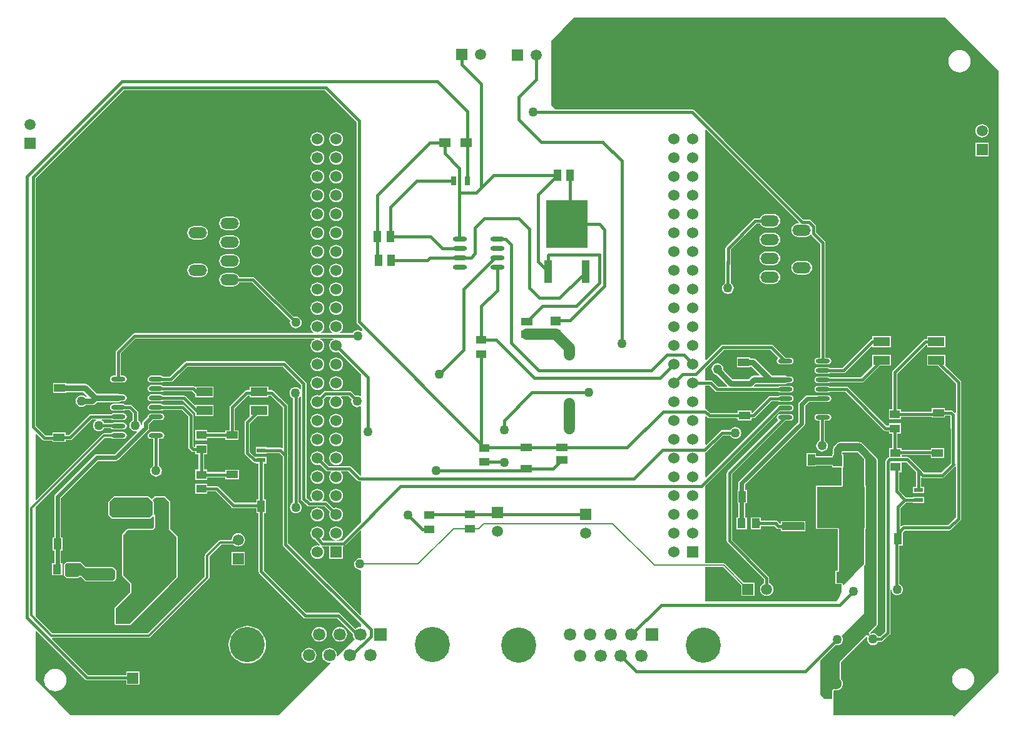
<source format=gtl>
%FSAX44Y44*%
%MOMM*%
G71*
G01*
G75*
G04 Layer_Physical_Order=1*
G04 Layer_Color=255*
%ADD10O,1.9500X0.6000*%
%ADD11R,1.5000X1.0000*%
%ADD12R,1.0000X1.5000*%
%ADD13R,0.8000X1.2000*%
%ADD14R,1.2000X0.6000*%
%ADD15R,2.2000X1.2000*%
%ADD16R,3.0500X1.1000*%
%ADD17R,6.5000X5.5500*%
%ADD18R,1.1000X3.0500*%
%ADD19R,5.5500X6.5000*%
%ADD20R,1.1000X1.3500*%
%ADD21R,1.3500X1.1000*%
%ADD22R,1.2500X1.4500*%
%ADD23R,1.4500X1.2500*%
%ADD24R,1.5000X1.2000*%
%ADD25R,1.5000X1.0000*%
%ADD26C,1.0000*%
%ADD27C,0.6000*%
%ADD28C,1.5000*%
%ADD29C,0.8000*%
%ADD30C,0.4000*%
%ADD31C,0.3000*%
%ADD32C,0.2000*%
%ADD33R,1.5000X1.5000*%
%ADD34C,1.5000*%
%ADD35R,1.5000X1.5000*%
%ADD36R,1.5240X1.5240*%
%ADD37C,1.5240*%
%ADD38C,4.7600*%
%ADD39R,1.6900X1.6900*%
%ADD40C,1.6900*%
%ADD41O,2.5000X1.5000*%
%ADD42C,0.7000*%
%ADD43C,1.2700*%
G36*
X01162500Y00416478D02*
Y00278250D01*
Y00274750D01*
X01135216Y00246339D01*
X01133946Y00246326D01*
X01133374Y00246898D01*
Y00247250D01*
X01132898Y00248398D01*
X01131750Y00248874D01*
X01125374D01*
Y00263626D01*
X01126681D01*
X01127830Y00264102D01*
X01128305Y00265250D01*
Y00321750D01*
X01127830Y00322898D01*
X01126681Y00323374D01*
X01098374D01*
Y00378626D01*
X01131750D01*
X01132898Y00379102D01*
X01133374Y00380250D01*
Y00405250D01*
X01134250D01*
Y00422750D01*
X01133056D01*
Y00425250D01*
X01153728D01*
X01162500Y00416478D01*
D02*
G37*
G36*
X01232431Y00399272D02*
Y00379000D01*
X01228500D01*
Y00370000D01*
X01243500D01*
Y00379000D01*
X01239569D01*
Y00390735D01*
X01240689Y00391334D01*
X01240884Y00391203D01*
X01242250Y00390932D01*
X01268250D01*
X01269616Y00391203D01*
X01270773Y00391977D01*
X01285258Y00406461D01*
X01286431Y00405975D01*
Y00337478D01*
X01276022Y00327069D01*
X01216000D01*
X01214634Y00326797D01*
X01213477Y00326023D01*
X01212742Y00325289D01*
X01211569Y00325775D01*
Y00350222D01*
X01219028Y00357681D01*
X01228500D01*
Y00356750D01*
X01243500D01*
Y00365750D01*
X01228500D01*
Y00364819D01*
X01219028D01*
X01209819Y00374028D01*
Y00398750D01*
X01212750D01*
Y00412181D01*
X01219522D01*
X01232431Y00399272D01*
D02*
G37*
G36*
X00475681Y00872522D02*
Y00602000D01*
X00475953Y00600634D01*
X00476727Y00599477D01*
X00483250Y00592953D01*
Y00589977D01*
X00482111Y00589415D01*
X00481209Y00590107D01*
X00479299Y00590898D01*
X00477250Y00591168D01*
X00475201Y00590898D01*
X00473291Y00590107D01*
X00471651Y00588849D01*
X00470393Y00587209D01*
X00470231Y00586819D01*
X00453368D01*
X00452960Y00588021D01*
X00454299Y00589049D01*
X00455760Y00590954D01*
X00456679Y00593172D01*
X00456993Y00595553D01*
X00456679Y00597934D01*
X00455760Y00600153D01*
X00454299Y00602058D01*
X00452393Y00603520D01*
X00450175Y00604438D01*
X00447794Y00604752D01*
X00445413Y00604438D01*
X00443195Y00603520D01*
X00441290Y00602058D01*
X00439828Y00600153D01*
X00438909Y00597934D01*
X00438596Y00595553D01*
X00438909Y00593172D01*
X00439828Y00590954D01*
X00441290Y00589049D01*
X00442629Y00588021D01*
X00442221Y00586819D01*
X00427968D01*
X00427560Y00588021D01*
X00428899Y00589049D01*
X00430360Y00590954D01*
X00431279Y00593172D01*
X00431593Y00595553D01*
X00431279Y00597934D01*
X00430360Y00600153D01*
X00428899Y00602058D01*
X00426993Y00603520D01*
X00424775Y00604438D01*
X00422394Y00604752D01*
X00420013Y00604438D01*
X00417795Y00603520D01*
X00415890Y00602058D01*
X00414428Y00600153D01*
X00413509Y00597934D01*
X00413195Y00595553D01*
X00413509Y00593172D01*
X00414428Y00590954D01*
X00415890Y00589049D01*
X00417229Y00588021D01*
X00416821Y00586819D01*
X00175250D01*
X00173884Y00586547D01*
X00172727Y00585773D01*
X00150727Y00563773D01*
X00149953Y00562616D01*
X00149681Y00561250D01*
Y00529188D01*
X00146500D01*
X00144744Y00528839D01*
X00143256Y00527844D01*
X00142261Y00526356D01*
X00141912Y00524600D01*
X00142261Y00522844D01*
X00143256Y00521356D01*
X00144744Y00520361D01*
X00146500Y00520012D01*
X00160000D01*
X00161756Y00520361D01*
X00163244Y00521356D01*
X00164239Y00522844D01*
X00164588Y00524600D01*
X00164239Y00526356D01*
X00163244Y00527844D01*
X00161756Y00528839D01*
X00160000Y00529188D01*
X00156819D01*
Y00559772D01*
X00176728Y00579681D01*
X00418311D01*
X00418559Y00578436D01*
X00417795Y00578120D01*
X00415890Y00576658D01*
X00414428Y00574753D01*
X00413509Y00572534D01*
X00413195Y00570153D01*
X00413509Y00567772D01*
X00414428Y00565554D01*
X00415890Y00563649D01*
X00417795Y00562187D01*
X00420013Y00561268D01*
X00422394Y00560955D01*
X00424775Y00561268D01*
X00426993Y00562187D01*
X00428899Y00563649D01*
X00430360Y00565554D01*
X00431279Y00567772D01*
X00431593Y00570153D01*
X00431279Y00572534D01*
X00430360Y00574753D01*
X00428899Y00576658D01*
X00426993Y00578120D01*
X00426230Y00578436D01*
X00426478Y00579681D01*
X00443711D01*
X00443959Y00578436D01*
X00443195Y00578120D01*
X00441290Y00576658D01*
X00439828Y00574753D01*
X00438909Y00572534D01*
X00438596Y00570153D01*
X00438909Y00567772D01*
X00439828Y00565554D01*
X00441290Y00563649D01*
X00443195Y00562187D01*
X00445413Y00561268D01*
X00447794Y00560955D01*
X00450175Y00561268D01*
X00451206Y00561695D01*
X00481500Y00531401D01*
Y00502052D01*
X00480361Y00501490D01*
X00480209Y00501607D01*
X00478299Y00502398D01*
X00476250Y00502668D01*
X00474201Y00502398D01*
X00473811Y00502236D01*
X00468450Y00507597D01*
X00467293Y00508370D01*
X00465927Y00508642D01*
X00443188D01*
X00441823Y00508370D01*
X00441745Y00508319D01*
X00433191D01*
X00431825Y00508047D01*
X00430668Y00507273D01*
X00425806Y00502411D01*
X00424775Y00502838D01*
X00422394Y00503152D01*
X00420013Y00502838D01*
X00417795Y00501920D01*
X00415890Y00500458D01*
X00414428Y00498553D01*
X00413509Y00496334D01*
X00413195Y00493953D01*
X00413509Y00491572D01*
X00414428Y00489354D01*
X00415890Y00487449D01*
X00417795Y00485987D01*
X00420013Y00485068D01*
X00422394Y00484754D01*
X00424775Y00485068D01*
X00426993Y00485987D01*
X00428899Y00487449D01*
X00430360Y00489354D01*
X00431279Y00491572D01*
X00431593Y00493953D01*
X00431279Y00496334D01*
X00430853Y00497365D01*
X00434669Y00501181D01*
X00440409D01*
X00440971Y00500042D01*
X00439828Y00498553D01*
X00438909Y00496334D01*
X00438596Y00493953D01*
X00438909Y00491572D01*
X00439828Y00489354D01*
X00441290Y00487449D01*
X00443195Y00485987D01*
X00445413Y00485068D01*
X00447794Y00484754D01*
X00450175Y00485068D01*
X00452393Y00485987D01*
X00454299Y00487449D01*
X00455760Y00489354D01*
X00456679Y00491572D01*
X00456993Y00493953D01*
X00456679Y00496334D01*
X00455760Y00498553D01*
X00454369Y00500366D01*
X00454931Y00501505D01*
X00464449D01*
X00468764Y00497190D01*
X00468602Y00496799D01*
X00468332Y00494750D01*
X00468602Y00492701D01*
X00469393Y00490791D01*
X00470651Y00489151D01*
X00472291Y00487893D01*
X00474201Y00487102D01*
X00476250Y00486832D01*
X00478299Y00487102D01*
X00480209Y00487893D01*
X00480361Y00488010D01*
X00481500Y00487448D01*
Y00394456D01*
X00480327Y00393970D01*
X00468126Y00406171D01*
X00466968Y00406944D01*
X00465603Y00407216D01*
X00437978D01*
X00430853Y00414342D01*
X00431279Y00415372D01*
X00431593Y00417753D01*
X00431279Y00420134D01*
X00430360Y00422352D01*
X00428899Y00424258D01*
X00426993Y00425719D01*
X00424775Y00426638D01*
X00422394Y00426952D01*
X00420013Y00426638D01*
X00417795Y00425719D01*
X00415890Y00424258D01*
X00414428Y00422352D01*
X00413509Y00420134D01*
X00413195Y00417753D01*
X00413509Y00415372D01*
X00414428Y00413154D01*
X00415890Y00411249D01*
X00417795Y00409787D01*
X00420013Y00408868D01*
X00422394Y00408554D01*
X00424775Y00408868D01*
X00425806Y00409295D01*
X00433977Y00401124D01*
X00433977D01*
X00433977Y00401124D01*
X00433977D01*
X00433977Y00401124D01*
Y00401124D01*
X00433977Y00401124D01*
Y00401124D01*
X00435134Y00400350D01*
X00436500Y00400079D01*
X00440906D01*
X00441314Y00398876D01*
X00441290Y00398858D01*
X00439828Y00396953D01*
X00438909Y00394734D01*
X00438596Y00392353D01*
X00438909Y00389972D01*
X00439828Y00387754D01*
X00441290Y00385849D01*
X00443195Y00384387D01*
X00445413Y00383468D01*
X00447794Y00383154D01*
X00450175Y00383468D01*
X00452393Y00384387D01*
X00454299Y00385849D01*
X00455760Y00387754D01*
X00456679Y00389972D01*
X00456993Y00392353D01*
X00456679Y00394734D01*
X00455760Y00396953D01*
X00454299Y00398858D01*
X00454274Y00398876D01*
X00454683Y00400079D01*
X00464124D01*
X00476727Y00387477D01*
X00477884Y00386703D01*
X00479250Y00386431D01*
X00481500D01*
Y00331297D01*
X00456022Y00305819D01*
X00448875D01*
X00448792Y00307086D01*
X00450175Y00307268D01*
X00452393Y00308187D01*
X00454299Y00309649D01*
X00455760Y00311554D01*
X00456679Y00313772D01*
X00456993Y00316153D01*
X00456679Y00318534D01*
X00455760Y00320752D01*
X00454299Y00322658D01*
X00452393Y00324119D01*
X00450175Y00325038D01*
X00447794Y00325352D01*
X00445413Y00325038D01*
X00443195Y00324119D01*
X00441290Y00322658D01*
X00439828Y00320752D01*
X00438909Y00318534D01*
X00438596Y00316153D01*
X00438909Y00313772D01*
X00439828Y00311554D01*
X00441290Y00309649D01*
X00443195Y00308187D01*
X00445413Y00307268D01*
X00446796Y00307086D01*
X00446713Y00305819D01*
X00430728D01*
X00428448Y00308099D01*
X00428531Y00309366D01*
X00428899Y00309649D01*
X00430360Y00311554D01*
X00431279Y00313772D01*
X00431593Y00316153D01*
X00431279Y00318534D01*
X00430360Y00320752D01*
X00428899Y00322658D01*
X00426993Y00324119D01*
X00424775Y00325038D01*
X00422394Y00325352D01*
X00420013Y00325038D01*
X00417795Y00324119D01*
X00415890Y00322658D01*
X00414428Y00320752D01*
X00413509Y00318534D01*
X00413195Y00316153D01*
X00413509Y00313772D01*
X00414428Y00311554D01*
X00415890Y00309649D01*
X00417795Y00308187D01*
X00419183Y00307612D01*
X00419871Y00306583D01*
X00425956Y00300498D01*
X00425250Y00299442D01*
X00424775Y00299638D01*
X00422394Y00299952D01*
X00420013Y00299638D01*
X00417795Y00298720D01*
X00415890Y00297258D01*
X00414428Y00295352D01*
X00413509Y00293134D01*
X00413195Y00290753D01*
X00413509Y00288372D01*
X00414428Y00286154D01*
X00415890Y00284249D01*
X00417795Y00282787D01*
X00420013Y00281868D01*
X00422394Y00281555D01*
X00424775Y00281868D01*
X00426993Y00282787D01*
X00428899Y00284249D01*
X00430360Y00286154D01*
X00431279Y00288372D01*
X00431593Y00290753D01*
X00431279Y00293134D01*
X00430360Y00295352D01*
X00428899Y00297258D01*
X00428489Y00297572D01*
X00429013Y00298729D01*
X00429250Y00298681D01*
X00438674D01*
Y00281633D01*
X00456914D01*
Y00298681D01*
X00457500D01*
X00458866Y00298953D01*
X00460023Y00299727D01*
X00480327Y00320030D01*
X00481500Y00319544D01*
Y00283216D01*
X00480545Y00282379D01*
X00480250Y00282418D01*
X00478201Y00282148D01*
X00476291Y00281357D01*
X00474651Y00280099D01*
X00473393Y00278459D01*
X00472602Y00276549D01*
X00472332Y00274500D01*
X00472602Y00272451D01*
X00473393Y00270541D01*
X00474651Y00268901D01*
X00476291Y00267643D01*
X00478201Y00266852D01*
X00480250Y00266582D01*
X00480545Y00266621D01*
X00481500Y00265784D01*
Y00205456D01*
X00480327Y00204970D01*
X00382819Y00302478D01*
Y00419943D01*
X00383069Y00421200D01*
X00382819Y00422456D01*
Y00482500D01*
Y00487750D01*
X00382547Y00489116D01*
X00381773Y00490273D01*
X00363273Y00508773D01*
X00362116Y00509547D01*
X00360750Y00509819D01*
X00356000D01*
Y00514750D01*
X00331000D01*
Y00509819D01*
X00327000D01*
X00325634Y00509547D01*
X00324477Y00508773D01*
X00304477Y00488773D01*
X00303703Y00487616D01*
X00303431Y00486250D01*
Y00482500D01*
Y00455250D01*
X00298000D01*
Y00452318D01*
X00273500D01*
Y00455750D01*
X00257000D01*
Y00441750D01*
X00273500D01*
Y00445181D01*
X00298000D01*
Y00442250D01*
X00316000D01*
Y00455250D01*
X00310569D01*
Y00484772D01*
X00328478Y00502681D01*
X00331000D01*
Y00499750D01*
X00356000D01*
Y00502681D01*
X00359272D01*
X00375681Y00486272D01*
Y00431647D01*
X00374561Y00431048D01*
X00373815Y00431547D01*
X00372450Y00431819D01*
X00354000D01*
Y00432750D01*
X00339000D01*
Y00423750D01*
X00354000D01*
Y00424681D01*
X00370971D01*
X00375681Y00419972D01*
Y00301000D01*
X00375681Y00301000D01*
X00375681D01*
X00375953Y00299634D01*
X00376727Y00298477D01*
X00481500Y00193703D01*
Y00190311D01*
X00480545Y00189473D01*
X00480450Y00189486D01*
X00477853Y00189144D01*
X00475432Y00188141D01*
X00473861Y00186936D01*
X00453523Y00207273D01*
X00452366Y00208047D01*
X00451000Y00208319D01*
X00407478D01*
X00350069Y00265728D01*
Y00343750D01*
X00353000D01*
Y00361750D01*
X00350069D01*
Y00410500D01*
X00354000D01*
Y00419500D01*
X00339000D01*
Y00419500D01*
X00337797Y00419500D01*
X00331069Y00426228D01*
Y00464772D01*
X00341047Y00474750D01*
X00356000D01*
Y00489750D01*
X00331000D01*
Y00474797D01*
X00324977Y00468773D01*
X00324203Y00467616D01*
X00323931Y00466250D01*
Y00424750D01*
X00324203Y00423384D01*
X00324977Y00422227D01*
X00334727Y00412477D01*
X00335884Y00411703D01*
X00337250Y00411431D01*
X00339000D01*
Y00410500D01*
X00342931D01*
Y00361750D01*
X00340000D01*
Y00357319D01*
X00310228D01*
X00288773Y00378773D01*
X00287616Y00379547D01*
X00286250Y00379818D01*
X00273500D01*
Y00383250D01*
X00257000D01*
Y00369250D01*
X00273500D01*
Y00372681D01*
X00284772D01*
X00306227Y00351227D01*
X00307384Y00350453D01*
X00308750Y00350181D01*
X00340000D01*
Y00343750D01*
X00342931D01*
Y00264250D01*
X00343203Y00262884D01*
X00343977Y00261727D01*
X00403477Y00202227D01*
X00404634Y00201453D01*
X00406000Y00201181D01*
X00449522D01*
X00470512Y00180191D01*
X00470414Y00179450D01*
X00470756Y00176853D01*
X00471759Y00174432D01*
X00473028Y00172778D01*
X00449974Y00149724D01*
X00448835Y00150286D01*
X00448936Y00151050D01*
X00448594Y00153647D01*
X00447591Y00156068D01*
X00445996Y00158146D01*
X00443918Y00159741D01*
X00441497Y00160744D01*
X00438900Y00161086D01*
X00436302Y00160744D01*
X00433882Y00159741D01*
X00431804Y00158146D01*
X00430209Y00156068D01*
X00429206Y00153647D01*
X00428864Y00151050D01*
X00429206Y00148453D01*
X00430209Y00146032D01*
X00431804Y00143954D01*
X00433882Y00142359D01*
X00436302Y00141356D01*
X00438900Y00141014D01*
X00439664Y00141115D01*
X00440226Y00139976D01*
X00370500Y00070250D01*
X00089000D01*
X00071250Y00088000D01*
X00041319Y00117931D01*
Y00183475D01*
X00042492Y00183961D01*
X00108477Y00117977D01*
X00109634Y00117203D01*
X00111000Y00116931D01*
X00163750D01*
Y00111000D01*
X00181750D01*
Y00129000D01*
X00163750D01*
Y00124069D01*
X00112478D01*
X00063279Y00173268D01*
X00063765Y00174441D01*
X00194250D01*
X00194250Y00174441D01*
X00195420Y00174674D01*
X00196413Y00175337D01*
X00275413Y00254337D01*
X00276076Y00255329D01*
X00276309Y00256500D01*
X00276309Y00256500D01*
Y00284483D01*
X00292667Y00300841D01*
X00308997D01*
X00309081Y00300731D01*
X00310961Y00299289D01*
X00313151Y00298382D01*
X00315500Y00298072D01*
X00317850Y00298382D01*
X00320039Y00299289D01*
X00321919Y00300731D01*
X00323362Y00302611D01*
X00324268Y00304801D01*
X00324578Y00307150D01*
X00324268Y00309499D01*
X00323362Y00311689D01*
X00321919Y00313569D01*
X00320039Y00315012D01*
X00317850Y00315918D01*
X00315500Y00316228D01*
X00313151Y00315918D01*
X00310961Y00315012D01*
X00309081Y00313569D01*
X00307639Y00311689D01*
X00306732Y00309499D01*
X00306422Y00307150D01*
X00306255Y00306959D01*
X00291400D01*
X00290229Y00306726D01*
X00289832Y00306460D01*
X00289237Y00306063D01*
X00289237Y00306063D01*
X00271087Y00287913D01*
X00270424Y00286921D01*
X00270191Y00285750D01*
X00270191Y00285750D01*
Y00257767D01*
X00192983Y00180559D01*
X00064017D01*
X00041319Y00203257D01*
Y00351493D01*
X00135167Y00445341D01*
X00143132D01*
X00143256Y00445156D01*
X00144744Y00444161D01*
X00146500Y00443812D01*
X00160000D01*
X00161756Y00444161D01*
X00163244Y00445156D01*
X00164239Y00446644D01*
X00164588Y00448400D01*
X00164239Y00450156D01*
X00163244Y00451644D01*
X00161756Y00452639D01*
X00160000Y00452988D01*
X00146500D01*
X00144744Y00452639D01*
X00143256Y00451644D01*
X00143132Y00451459D01*
X00133900D01*
X00133900Y00451459D01*
X00132730Y00451226D01*
X00131737Y00450563D01*
X00131737Y00450563D01*
X00042492Y00361318D01*
X00041319Y00361804D01*
Y00450225D01*
X00042492Y00450711D01*
X00050727Y00442477D01*
X00051884Y00441703D01*
X00053250Y00441431D01*
X00064000D01*
Y00439500D01*
X00082000D01*
Y00442431D01*
X00088250D01*
X00089616Y00442703D01*
X00090773Y00443477D01*
X00117528Y00470231D01*
X00122854D01*
X00123102Y00468986D01*
X00122791Y00468857D01*
X00121151Y00467599D01*
X00119893Y00465959D01*
X00119102Y00464049D01*
X00118832Y00462000D01*
X00119102Y00459951D01*
X00119893Y00458041D01*
X00121151Y00456401D01*
X00122791Y00455143D01*
X00124701Y00454352D01*
X00126750Y00454082D01*
X00128799Y00454352D01*
X00130709Y00455143D01*
X00132349Y00456401D01*
X00133607Y00458041D01*
X00133769Y00458431D01*
X00142871D01*
X00143256Y00457856D01*
X00144744Y00456861D01*
X00146500Y00456512D01*
X00160000D01*
X00161756Y00456861D01*
X00163244Y00457856D01*
X00164239Y00459344D01*
X00164588Y00461100D01*
X00164239Y00462856D01*
X00163244Y00464344D01*
X00161756Y00465339D01*
X00160000Y00465688D01*
X00146500D01*
X00145899Y00465569D01*
X00133769D01*
X00133607Y00465959D01*
X00132349Y00467599D01*
X00130709Y00468857D01*
X00130398Y00468986D01*
X00130646Y00470231D01*
X00143741D01*
X00144744Y00469561D01*
X00146500Y00469212D01*
X00160000D01*
X00161756Y00469561D01*
X00163244Y00470556D01*
X00164239Y00472044D01*
X00164588Y00473800D01*
X00164239Y00475556D01*
X00163244Y00477044D01*
X00161756Y00478039D01*
X00160000Y00478388D01*
X00146500D01*
X00144744Y00478039D01*
X00143741Y00477369D01*
X00116050D01*
X00114684Y00477097D01*
X00113527Y00476323D01*
X00086772Y00449569D01*
X00082000D01*
Y00452500D01*
X00064000D01*
Y00448568D01*
X00054728D01*
X00041319Y00461978D01*
Y00562616D01*
Y00569686D01*
Y00580569D01*
D01*
Y00796522D01*
X00160478Y00915682D01*
X00432522D01*
X00475681Y00872522D01*
D02*
G37*
G36*
X01344194Y00941784D02*
Y00604500D01*
Y00128194D01*
X01284106Y00068106D01*
X01283894D01*
X01282500Y00069500D01*
X01121402D01*
X01120507Y00070402D01*
X01120671Y00091988D01*
D01*
X01120708Y00096872D01*
X01120754Y00102987D01*
X01120777Y00103022D01*
X01120810Y00103181D01*
X01120926Y00103296D01*
X01120926Y00103296D01*
D01*
X01121628Y00103789D01*
X01121628Y00103789D01*
X01121670D01*
X01121820Y00103851D01*
X01121980Y00103819D01*
X01122021Y00103827D01*
X01122251Y00103732D01*
X01122929Y00103642D01*
X01123583Y00103556D01*
X01123583D01*
X01124388Y00103450D01*
X01124388D01*
X01124600Y00103422D01*
X01124812Y00103450D01*
X01124812D01*
X01126012Y00103608D01*
X01126949Y00103732D01*
X01129139Y00104639D01*
X01129308Y00104769D01*
X01129308Y00104769D01*
X01130849Y00105951D01*
Y00105951D01*
X01131019Y00106081D01*
X01131432Y00106619D01*
X01132331Y00107792D01*
X01132331Y00107792D01*
X01132461Y00107961D01*
X01132543Y00108159D01*
X01132543Y00108159D01*
X01132915Y00109056D01*
X01133368Y00110151D01*
X01133505Y00111190D01*
X01133650Y00112288D01*
Y00112288D01*
X01133678Y00112500D01*
X01133650Y00112712D01*
Y00112712D01*
X01133492Y00113912D01*
X01133368Y00114850D01*
X01132461Y00117039D01*
X01132331Y00117208D01*
X01132331Y00117208D01*
X01131353Y00118484D01*
X01131301Y00118677D01*
X01131233Y00118766D01*
Y00118878D01*
X01131156Y00119063D01*
Y00141561D01*
X01131384Y00142113D01*
X01165418Y00176147D01*
X01166674Y00175960D01*
X01166905Y00175530D01*
X01166602Y00174799D01*
X01166332Y00172750D01*
X01166602Y00170701D01*
X01167393Y00168791D01*
X01168651Y00167151D01*
X01170291Y00165893D01*
X01172201Y00165102D01*
X01174250Y00164832D01*
X01176299Y00165102D01*
X01178209Y00165893D01*
X01179849Y00167151D01*
X01181107Y00168791D01*
X01181269Y00169181D01*
X01185500D01*
X01186866Y00169453D01*
X01188023Y00170227D01*
X01196773Y00178977D01*
X01197547Y00180134D01*
X01197819Y00181500D01*
X01197819Y00181500D01*
X01197819Y00181500D01*
Y00181500D01*
Y00239890D01*
X01199086Y00239973D01*
X01199352Y00237951D01*
X01200143Y00236041D01*
X01201401Y00234401D01*
X01203041Y00233143D01*
X01204951Y00232352D01*
X01207000Y00232082D01*
X01209049Y00232352D01*
X01210959Y00233143D01*
X01212599Y00234401D01*
X01213857Y00236041D01*
X01214648Y00237951D01*
X01214918Y00240000D01*
X01214648Y00242049D01*
X01213857Y00243959D01*
X01212599Y00245599D01*
X01210959Y00246857D01*
X01210069Y00247226D01*
Y00299250D01*
X01214500D01*
Y00316953D01*
X01217478Y00319931D01*
X01277500D01*
X01278866Y00320203D01*
X01280023Y00320977D01*
X01280023Y00320977D01*
X01280023Y00320977D01*
X01292523Y00333477D01*
X01293297Y00334634D01*
X01293569Y00336000D01*
Y00493500D01*
Y00520250D01*
X01293297Y00521616D01*
X01292523Y00522773D01*
X01272500Y00542797D01*
Y00557750D01*
X01247500D01*
Y00542750D01*
X01262453D01*
X01286431Y00518772D01*
Y00493500D01*
Y00479797D01*
X01285358Y00479080D01*
X01285258Y00479039D01*
X01282773Y00481523D01*
X01281616Y00482297D01*
X01280250Y00482569D01*
X01271750D01*
Y00485500D01*
X01253750D01*
Y00480569D01*
X01212250D01*
Y00484000D01*
X01207569D01*
Y00493500D01*
Y00532522D01*
X01246327Y00571280D01*
X01247500Y00570794D01*
Y00567750D01*
X01272500D01*
Y00582750D01*
X01247500D01*
Y00578819D01*
X01245250D01*
X01243884Y00578547D01*
X01242727Y00577773D01*
X01201477Y00536523D01*
X01200703Y00535366D01*
X01200431Y00534000D01*
Y00493500D01*
Y00484000D01*
X01195750D01*
Y00470000D01*
X01212250D01*
Y00473431D01*
X01253750D01*
Y00472500D01*
X01271750D01*
Y00475431D01*
X01278772D01*
X01279181Y00475022D01*
Y00410478D01*
X01266772Y00398069D01*
X01243728D01*
X01238523Y00403273D01*
X01223523Y00418273D01*
X01222366Y00419047D01*
X01221000Y00419319D01*
X01212750D01*
Y00421682D01*
X01252500D01*
Y00418000D01*
X01270500D01*
Y00431000D01*
X01252500D01*
Y00428819D01*
X01212750D01*
Y00431750D01*
X01207569D01*
Y00451000D01*
X01212250D01*
Y00465000D01*
X01195750D01*
Y00461569D01*
X01192728D01*
X01160797Y00493500D01*
X01140773Y00513523D01*
X01139616Y00514297D01*
X01138250Y00514569D01*
X01116009D01*
X01115006Y00515239D01*
X01113250Y00515588D01*
X01099750D01*
X01097994Y00515239D01*
X01096506Y00514244D01*
X01095511Y00512756D01*
X01095162Y00511000D01*
X01095511Y00509244D01*
X01096506Y00507756D01*
X01097994Y00506761D01*
X01099750Y00506412D01*
X01113250D01*
X01115006Y00506761D01*
X01116009Y00507431D01*
X01136772D01*
X01188727Y00455477D01*
X01188727D01*
X01188727Y00455477D01*
X01188727Y00455477D01*
Y00455477D01*
X01189884Y00454703D01*
X01191250Y00454431D01*
X01195750D01*
Y00451000D01*
X01200431D01*
Y00431750D01*
X01196250D01*
Y00419110D01*
X01195935Y00419047D01*
X01194777Y00418273D01*
X01191727Y00415223D01*
X01190953Y00414065D01*
X01190681Y00412700D01*
Y00182978D01*
X01184022Y00176319D01*
X01181269D01*
X01181107Y00176709D01*
X01179849Y00178349D01*
X01178209Y00179607D01*
X01176299Y00180398D01*
X01174250Y00180668D01*
X01172201Y00180398D01*
X01171470Y00180096D01*
X01171040Y00180326D01*
X01170854Y00181582D01*
X01178795Y00189523D01*
X01178811Y00189539D01*
D01*
X01178886Y00189614D01*
X01179610Y00190558D01*
X01179798Y00190802D01*
D01*
X01179928Y00190972D01*
X01180170Y00191556D01*
X01180583Y00192553D01*
X01180611Y00192765D01*
Y00192765D01*
X01180778Y00194038D01*
X01180778Y00194038D01*
X01180792Y00194145D01*
Y00194145D01*
X01180806Y00194250D01*
Y00414000D01*
X01180792Y00414105D01*
D01*
X01180783Y00414178D01*
X01180583Y00415697D01*
X01180501Y00415894D01*
X01180501Y00415894D01*
X01180255Y00416487D01*
X01180255Y00416487D01*
D01*
X01180075Y00416922D01*
X01180010Y00417080D01*
D01*
X01179928Y00417278D01*
X01179798Y00417448D01*
Y00417448D01*
X01179177Y00418256D01*
X01178886Y00418636D01*
X01159886Y00437636D01*
X01159801Y00437701D01*
X01159801Y00437701D01*
X01158698Y00438548D01*
X01158698D01*
X01158528Y00438678D01*
X01157602Y00439061D01*
X01156947Y00439333D01*
X01156735Y00439361D01*
X01156735D01*
X01155356Y00439542D01*
D01*
X01155250Y00439556D01*
X01130500D01*
X01130394Y00439542D01*
X01128803Y00439333D01*
X01127222Y00438678D01*
X01125990Y00437733D01*
X01125864Y00437636D01*
X01125789Y00437561D01*
D01*
X01121864Y00433636D01*
X01120822Y00432278D01*
X01120495Y00431488D01*
X01120167Y00430697D01*
X01119944Y00429000D01*
Y00422750D01*
X01118750D01*
Y00420556D01*
X01097250D01*
Y00424500D01*
X01084250D01*
Y00415926D01*
X01084194Y00415500D01*
X01084250Y00415074D01*
Y00406500D01*
X01097250D01*
Y00407444D01*
X01118750D01*
Y00405250D01*
X01131750D01*
Y00380250D01*
X01096750D01*
Y00321750D01*
X01126681D01*
Y00265250D01*
X01123750D01*
Y00247250D01*
X01131750D01*
Y00236452D01*
X01128000Y00229412D01*
X01125250Y00224250D01*
X00947500D01*
Y00270201D01*
X00971444D01*
X00996000Y00245645D01*
Y00231250D01*
X01014000D01*
Y00249250D01*
X00999605D01*
X00974302Y00274552D01*
X00973475Y00275105D01*
X00972500Y00275299D01*
X00947500D01*
Y00380453D01*
X01048173Y00481127D01*
X01048750Y00481012D01*
X01062250D01*
X01064006Y00481361D01*
X01065494Y00482356D01*
X01066489Y00483844D01*
X01066838Y00485600D01*
X01066489Y00487356D01*
X01065494Y00488844D01*
X01064006Y00489839D01*
X01062250Y00490188D01*
X01048750D01*
X01046994Y00489839D01*
X01045506Y00488844D01*
X01044918Y00487965D01*
X00948673Y00391720D01*
X00947500Y00392206D01*
Y00425500D01*
X00948016Y00425603D01*
X00949173Y00426377D01*
X00971228Y00448431D01*
X00981231D01*
X00981393Y00448041D01*
X00982651Y00446401D01*
X00984291Y00445143D01*
X00986201Y00444352D01*
X00988250Y00444082D01*
X00990299Y00444352D01*
X00992209Y00445143D01*
X00993849Y00446401D01*
X00995107Y00448041D01*
X00995898Y00449951D01*
X00996168Y00452000D01*
X00995898Y00454049D01*
X00995107Y00455959D01*
X00993849Y00457599D01*
X00992209Y00458857D01*
X00990299Y00459648D01*
X00988250Y00459918D01*
X00986201Y00459648D01*
X00984291Y00458857D01*
X00982651Y00457599D01*
X00981393Y00455959D01*
X00981231Y00455569D01*
X00969750D01*
X00968384Y00455297D01*
X00967227Y00454523D01*
X00948673Y00435970D01*
X00947500Y00436456D01*
Y00474044D01*
X00948673Y00474530D01*
X00950227Y00472977D01*
X00951384Y00472203D01*
X00952750Y00471931D01*
X00988293D01*
X00988634Y00471703D01*
X00990000Y00471431D01*
X00991500D01*
Y00469000D01*
X01009500D01*
Y00471431D01*
X01009500D01*
X01010866Y00471703D01*
X01011207Y00471931D01*
X01012500D01*
X01013866Y00472203D01*
X01015023Y00472977D01*
X01036778Y00494731D01*
X01045991D01*
X01046994Y00494061D01*
X01048750Y00493712D01*
X01062250D01*
X01064006Y00494061D01*
X01065494Y00495056D01*
X01066489Y00496544D01*
X01066838Y00498300D01*
X01066489Y00500056D01*
X01065494Y00501544D01*
X01064006Y00502539D01*
X01062250Y00502888D01*
X01048750D01*
X01046994Y00502539D01*
X01045991Y00501869D01*
X01035300D01*
X01033934Y00501597D01*
X01032777Y00500823D01*
X01011022Y00479069D01*
X01009500D01*
Y00482000D01*
X00991500D01*
Y00479069D01*
X00954228D01*
X00950023Y00483273D01*
X00948866Y00484047D01*
X00947500Y00484319D01*
Y00515811D01*
X00953392D01*
X00960727Y00508477D01*
X00961884Y00507703D01*
X00963250Y00507431D01*
X01045991D01*
X01046994Y00506761D01*
X01048750Y00506412D01*
X01062250D01*
X01064006Y00506761D01*
X01065494Y00507756D01*
X01066489Y00509244D01*
X01066838Y00511000D01*
X01066489Y00512756D01*
X01065494Y00514244D01*
X01064006Y00515239D01*
X01062250Y00515588D01*
X01048750D01*
X01046994Y00515239D01*
X01045991Y00514569D01*
X01013659D01*
X01013172Y00515742D01*
X01015523Y00518092D01*
X01055500D01*
X01057646Y00518519D01*
X01058533Y00519112D01*
X01062250D01*
X01064006Y00519461D01*
X01065494Y00520456D01*
X01066489Y00521944D01*
X01066838Y00523700D01*
X01066489Y00525456D01*
X01065494Y00526944D01*
X01064006Y00527939D01*
X01062250Y00528288D01*
X01058533D01*
X01057646Y00528881D01*
X01055500Y00529308D01*
X01037623D01*
X01015715Y00551215D01*
X01013896Y00552431D01*
X01011750Y00552858D01*
X01008250D01*
Y00553750D01*
X00990250D01*
Y00540750D01*
X01008250D01*
Y00541642D01*
X01009427D01*
X01020588Y00530481D01*
X01020102Y00529308D01*
X01013200D01*
X01011054Y00528881D01*
X01009235Y00527665D01*
X01005677Y00524108D01*
X00984573D01*
X00971666Y00537015D01*
X00971843Y00538364D01*
X00971573Y00540413D01*
X00970782Y00542323D01*
X00969524Y00543963D01*
X00967884Y00545221D01*
X00965975Y00546012D01*
X00963925Y00546282D01*
X00961876Y00546012D01*
X00959967Y00545221D01*
X00958327Y00543963D01*
X00957068Y00542323D01*
X00956277Y00540413D01*
X00956008Y00538364D01*
X00956277Y00536315D01*
X00957068Y00534405D01*
X00958327Y00532765D01*
X00959967Y00531507D01*
X00961876Y00530716D01*
X00962138Y00530682D01*
X00977078Y00515742D01*
X00976592Y00514569D01*
X00964728D01*
X00957393Y00521903D01*
X00956236Y00522677D01*
X00954870Y00522949D01*
X00947500D01*
Y00539203D01*
X00972478Y00564181D01*
X01035372D01*
X01045819Y00553734D01*
X01045694Y00552471D01*
X01045506Y00552344D01*
X01044511Y00550856D01*
X01044162Y00549100D01*
X01044511Y00547344D01*
X01045506Y00545856D01*
X01046994Y00544861D01*
X01048750Y00544512D01*
X01062250D01*
X01064006Y00544861D01*
X01065494Y00545856D01*
X01066489Y00547344D01*
X01066838Y00549100D01*
X01066489Y00550856D01*
X01065494Y00552344D01*
X01064006Y00553339D01*
X01062250Y00553688D01*
X01055958D01*
X01039373Y00570273D01*
X01038216Y00571047D01*
X01036850Y00571319D01*
X00971000D01*
X00969634Y00571047D01*
X00968477Y00570273D01*
X00948673Y00550470D01*
X00947500Y00550956D01*
Y00861544D01*
X00948673Y00862030D01*
X01074302Y00736401D01*
X01073816Y00735228D01*
X01072850D01*
X01070500Y00734918D01*
X01068311Y00734012D01*
X01066431Y00732569D01*
X01064988Y00730689D01*
X01064082Y00728500D01*
X01063772Y00726150D01*
X01064082Y00723801D01*
X01064988Y00721611D01*
X01066431Y00719731D01*
X01068311Y00718289D01*
X01070500Y00717382D01*
X01072850Y00717072D01*
X01082850D01*
X01085200Y00717382D01*
X01087389Y00718289D01*
X01089269Y00719731D01*
X01089578Y00720135D01*
X01090848Y00720093D01*
X01091327Y00719377D01*
X01102931Y00707772D01*
Y00553688D01*
X01099750D01*
X01097994Y00553339D01*
X01096506Y00552344D01*
X01095511Y00550856D01*
X01095162Y00549100D01*
X01095511Y00547344D01*
X01096506Y00545856D01*
X01097994Y00544861D01*
X01099750Y00544512D01*
X01113250D01*
X01115006Y00544861D01*
X01116494Y00545856D01*
X01117489Y00547344D01*
X01117838Y00549100D01*
X01117489Y00550856D01*
X01116494Y00552344D01*
X01115006Y00553339D01*
X01113250Y00553688D01*
X01110069D01*
Y00709250D01*
X01109797Y00710616D01*
X01109023Y00711773D01*
X01097419Y00723378D01*
Y00724316D01*
Y00730706D01*
X01097147Y00732072D01*
X01096373Y00733230D01*
X01089930Y00739673D01*
X01088772Y00740447D01*
X01087406Y00740719D01*
X01080078D01*
X00972448Y00848348D01*
X00947006Y00873790D01*
X00932023Y00888773D01*
X00930866Y00889547D01*
X00929500Y00889819D01*
X00744098D01*
X00739332Y00894981D01*
Y00898822D01*
Y00981664D01*
X00769130Y01013944D01*
X01272034D01*
X01344194Y00941784D01*
D02*
G37*
G36*
X01156523Y00437751D02*
X01156980Y00437561D01*
X01156981D01*
X01156981Y00437561D01*
X01157709Y00437259D01*
X01158813Y00436413D01*
X01177663Y00417563D01*
X01178510Y00416459D01*
X01178755Y00415866D01*
X01178755Y00415866D01*
X01179001Y00415273D01*
X01179183Y00413894D01*
Y00194356D01*
X01179001Y00192977D01*
X01178670Y00192177D01*
Y00192177D01*
X01178670Y00192177D01*
X01178510Y00191791D01*
X01177663Y00190687D01*
X01169033Y00182058D01*
X01168852Y00181620D01*
X01168589Y00181227D01*
X01168622Y00181063D01*
X01168558Y00180910D01*
X01168739Y00180472D01*
X01168831Y00180008D01*
X01169503Y00179002D01*
X01168651Y00178349D01*
X01167998Y00177497D01*
X01166992Y00178169D01*
X01166528Y00178261D01*
X01166090Y00178442D01*
X01165937Y00178379D01*
X01165773Y00178411D01*
X01165380Y00178148D01*
X01164942Y00177967D01*
X01130008Y00143033D01*
X01129532Y00141884D01*
Y00118740D01*
X01129733Y00118257D01*
X01129868Y00117752D01*
X01131043Y00116220D01*
X01131786Y00114426D01*
X01132040Y00112500D01*
X01131786Y00110574D01*
X01131043Y00108780D01*
X01129861Y00107239D01*
X01128320Y00106057D01*
X01126526Y00105314D01*
X01124600Y00105060D01*
X01123795Y00105166D01*
X01122674Y00105314D01*
X01122436Y00105412D01*
X01122273D01*
X01122137Y00105504D01*
X01121670Y00105412D01*
X01121193D01*
X01121078Y00105297D01*
X01120918Y00105266D01*
X01119859Y00104564D01*
X01119768Y00104429D01*
X01119616Y00104368D01*
X01119431Y00103929D01*
X01119431Y00103929D01*
X01119165Y00103533D01*
X01119196Y00103373D01*
X01119132Y00103223D01*
X01119047Y00092000D01*
X01108250D01*
X01107750Y00092500D01*
X01103000Y00097250D01*
Y00102250D01*
Y00125500D01*
Y00131000D01*
Y00144453D01*
X01123310Y00164764D01*
X01123701Y00164602D01*
X01125750Y00164332D01*
X01127799Y00164602D01*
X01129709Y00165393D01*
X01131349Y00166651D01*
X01132607Y00168291D01*
X01133398Y00170201D01*
X01133668Y00172250D01*
X01133398Y00174299D01*
X01132607Y00176209D01*
X01132000Y00177000D01*
X01160500Y00205500D01*
X01162500Y00207500D01*
Y00272406D01*
X01163671Y00273625D01*
X01163892Y00274190D01*
X01164124Y00274750D01*
Y00278250D01*
Y00321750D01*
X01164750D01*
Y00380250D01*
X01164124D01*
Y00416478D01*
X01163648Y00417626D01*
X01162500Y00418774D01*
Y00425750D01*
X01160750Y00427500D01*
X01136500D01*
X01136250Y00427750D01*
X01135374Y00426874D01*
X01133056D01*
X01131908Y00426398D01*
X01131432Y00425250D01*
Y00422750D01*
X01131908Y00421602D01*
X01132626Y00421304D01*
Y00408990D01*
X01131750Y00406874D01*
X01120374D01*
Y00407444D01*
X01119898Y00408592D01*
X01118750Y00409067D01*
X01097250D01*
X01096102Y00408592D01*
X01095908Y00408124D01*
X01085874D01*
Y00415074D01*
X01085831Y00415178D01*
X01085860Y00415286D01*
X01085832Y00415500D01*
X01085860Y00415714D01*
X01085831Y00415822D01*
X01085874Y00415926D01*
Y00422876D01*
X01095626D01*
Y00420556D01*
X01096102Y00419408D01*
X01097250Y00418932D01*
X01118750D01*
X01119898Y00419408D01*
X01120374Y00420556D01*
Y00421304D01*
X01121092Y00421602D01*
X01121568Y00422750D01*
Y00428894D01*
X01121749Y00430273D01*
X01121995Y00430866D01*
X01121995Y00430866D01*
X01122241Y00431459D01*
X01123087Y00432563D01*
X01126937Y00436413D01*
X01127354Y00436733D01*
X01128041Y00437259D01*
X01129227Y00437751D01*
X01130606Y00437933D01*
X01155144D01*
X01156523Y00437751D01*
D02*
G37*
%LPC*%
G36*
X00447794Y00477752D02*
X00445413Y00477438D01*
X00443195Y00476520D01*
X00441290Y00475058D01*
X00439828Y00473153D01*
X00438909Y00470934D01*
X00438596Y00468553D01*
X00438909Y00466172D01*
X00439828Y00463954D01*
X00441290Y00462049D01*
X00443195Y00460587D01*
X00445413Y00459668D01*
X00447794Y00459355D01*
X00450175Y00459668D01*
X00452393Y00460587D01*
X00454299Y00462049D01*
X00455760Y00463954D01*
X00456679Y00466172D01*
X00456993Y00468553D01*
X00456679Y00470934D01*
X00455760Y00473153D01*
X00454299Y00475058D01*
X00452393Y00476520D01*
X00450175Y00477438D01*
X00447794Y00477752D01*
D02*
G37*
G36*
X00422394D02*
X00420013Y00477438D01*
X00417795Y00476520D01*
X00415890Y00475058D01*
X00414428Y00473153D01*
X00413509Y00470934D01*
X00413195Y00468553D01*
X00413509Y00466172D01*
X00414428Y00463954D01*
X00415890Y00462049D01*
X00417795Y00460587D01*
X00420013Y00459668D01*
X00422394Y00459355D01*
X00424775Y00459668D01*
X00426993Y00460587D01*
X00428899Y00462049D01*
X00430360Y00463954D01*
X00431279Y00466172D01*
X00431593Y00468553D01*
X00431279Y00470934D01*
X00430360Y00473153D01*
X00428899Y00475058D01*
X00426993Y00476520D01*
X00424775Y00477438D01*
X00422394Y00477752D01*
D02*
G37*
G36*
X00160000Y00491088D02*
X00146500D01*
X00144744Y00490739D01*
X00143256Y00489744D01*
X00142261Y00488256D01*
X00141912Y00486500D01*
X00142261Y00484744D01*
X00142862Y00483844D01*
X00143256Y00483256D01*
X00144744Y00482261D01*
X00146500Y00481912D01*
X00160000D01*
X00161756Y00482261D01*
X00162759Y00482931D01*
X00168022D01*
X00172681Y00478272D01*
Y00469019D01*
X00172291Y00468857D01*
X00170651Y00467599D01*
X00169393Y00465959D01*
X00168602Y00464049D01*
X00168332Y00462000D01*
X00168602Y00459951D01*
X00169393Y00458041D01*
X00170651Y00456401D01*
X00172291Y00455143D01*
X00174201Y00454352D01*
X00176250Y00454082D01*
X00177566Y00454256D01*
X00178128Y00453116D01*
X00148099Y00423088D01*
X00124250D01*
X00122494Y00422739D01*
X00121006Y00421744D01*
X00067756Y00368494D01*
X00066761Y00367006D01*
X00066412Y00365250D01*
Y00310500D01*
X00064500D01*
Y00292500D01*
X00066412D01*
Y00275750D01*
X00063500D01*
Y00259250D01*
X00077500D01*
Y00275750D01*
X00075588D01*
Y00292500D01*
X00077500D01*
Y00310500D01*
X00075588D01*
Y00363349D01*
X00126151Y00413912D01*
X00150000D01*
X00151756Y00414261D01*
X00153244Y00415256D01*
X00193244Y00455256D01*
X00193244Y00455256D01*
X00193244Y00455256D01*
X00194239Y00456744D01*
X00194588Y00458500D01*
Y00463100D01*
X00200700Y00469212D01*
X00211000D01*
X00212756Y00469561D01*
X00214244Y00470556D01*
X00215239Y00472044D01*
X00215588Y00473800D01*
X00215239Y00475556D01*
X00214244Y00477044D01*
X00212756Y00478039D01*
X00211000Y00478388D01*
X00197500D01*
X00195744Y00478039D01*
X00194256Y00477044D01*
X00193261Y00475556D01*
X00193061Y00474550D01*
X00186756Y00468244D01*
X00185761Y00466756D01*
X00185412Y00465000D01*
Y00462669D01*
X00184941Y00462229D01*
X00184695Y00462212D01*
X00184144Y00462176D01*
X00183898Y00464049D01*
X00183107Y00465959D01*
X00181849Y00467599D01*
X00180209Y00468857D01*
X00179819Y00469019D01*
Y00479750D01*
X00179547Y00481116D01*
X00178773Y00482273D01*
X00178547Y00482500D01*
X00172023Y00489023D01*
X00170866Y00489797D01*
X00169500Y00490069D01*
X00162759D01*
X00161756Y00490739D01*
X00160000Y00491088D01*
D02*
G37*
G36*
X01113250Y00477488D02*
X01099750D01*
X01097994Y00477139D01*
X01096506Y00476144D01*
X01095511Y00474656D01*
X01095162Y00472900D01*
X01095511Y00471144D01*
X01096506Y00469656D01*
X01097994Y00468661D01*
X01099750Y00468312D01*
X01101931D01*
Y00441622D01*
X01101291Y00441357D01*
X01099651Y00440099D01*
X01098393Y00438459D01*
X01097602Y00436549D01*
X01097332Y00434500D01*
X01097602Y00432451D01*
X01098393Y00430541D01*
X01099651Y00428901D01*
X01101291Y00427643D01*
X01103201Y00426852D01*
X01105250Y00426582D01*
X01107299Y00426852D01*
X01109209Y00427643D01*
X01110849Y00428901D01*
X01112107Y00430541D01*
X01112898Y00432451D01*
X01113168Y00434500D01*
X01112898Y00436549D01*
X01112107Y00438459D01*
X01110849Y00440099D01*
X01109209Y00441357D01*
X01109069Y00441415D01*
Y00468312D01*
X01113250D01*
X01115006Y00468661D01*
X01116494Y00469656D01*
X01117489Y00471144D01*
X01117838Y00472900D01*
X01117489Y00474656D01*
X01116494Y00476144D01*
X01115006Y00477139D01*
X01113250Y00477488D01*
D02*
G37*
G36*
X00447794Y00426952D02*
X00445413Y00426638D01*
X00443195Y00425719D01*
X00441290Y00424258D01*
X00439828Y00422352D01*
X00438909Y00420134D01*
X00438596Y00417753D01*
X00438909Y00415372D01*
X00439828Y00413154D01*
X00441290Y00411249D01*
X00443195Y00409787D01*
X00445413Y00408868D01*
X00447794Y00408554D01*
X00450175Y00408868D01*
X00452393Y00409787D01*
X00454299Y00411249D01*
X00455760Y00413154D01*
X00456679Y00415372D01*
X00456993Y00417753D01*
X00456679Y00420134D01*
X00455760Y00422352D01*
X00454299Y00424258D01*
X00452393Y00425719D01*
X00450175Y00426638D01*
X00447794Y00426952D01*
D02*
G37*
G36*
Y00452352D02*
X00445413Y00452038D01*
X00443195Y00451119D01*
X00441290Y00449658D01*
X00439828Y00447752D01*
X00438909Y00445534D01*
X00438596Y00443153D01*
X00438909Y00440772D01*
X00439828Y00438554D01*
X00441290Y00436649D01*
X00443195Y00435187D01*
X00445413Y00434268D01*
X00447794Y00433955D01*
X00450175Y00434268D01*
X00452393Y00435187D01*
X00454299Y00436649D01*
X00455760Y00438554D01*
X00456679Y00440772D01*
X00456993Y00443153D01*
X00456679Y00445534D01*
X00455760Y00447752D01*
X00454299Y00449658D01*
X00452393Y00451119D01*
X00450175Y00452038D01*
X00447794Y00452352D01*
D02*
G37*
G36*
X00422394D02*
X00420013Y00452038D01*
X00417795Y00451119D01*
X00415890Y00449658D01*
X00414428Y00447752D01*
X00413509Y00445534D01*
X00413195Y00443153D01*
X00413509Y00440772D01*
X00414428Y00438554D01*
X00415890Y00436649D01*
X00417795Y00435187D01*
X00420013Y00434268D01*
X00422394Y00433955D01*
X00424775Y00434268D01*
X00426993Y00435187D01*
X00428899Y00436649D01*
X00430360Y00438554D01*
X00431279Y00440772D01*
X00431593Y00443153D01*
X00431279Y00445534D01*
X00430360Y00447752D01*
X00428899Y00449658D01*
X00426993Y00451119D01*
X00424775Y00452038D01*
X00422394Y00452352D01*
D02*
G37*
G36*
X00377500Y00548819D02*
X00245000D01*
X00243634Y00548547D01*
X00242477Y00547773D01*
X00222872Y00528169D01*
X00213759D01*
X00212756Y00528839D01*
X00211000Y00529188D01*
X00197500D01*
X00195744Y00528839D01*
X00194256Y00527844D01*
X00193261Y00526356D01*
X00192912Y00524600D01*
X00193261Y00522844D01*
X00194256Y00521356D01*
X00195744Y00520361D01*
X00197500Y00520012D01*
X00211000D01*
X00212756Y00520361D01*
X00213759Y00521031D01*
X00224350D01*
X00225716Y00521303D01*
X00226873Y00522077D01*
X00246478Y00541681D01*
X00376022D01*
X00400431Y00517272D01*
Y00510860D01*
X00399229Y00510452D01*
X00398349Y00511599D01*
X00396709Y00512857D01*
X00394799Y00513648D01*
X00392750Y00513918D01*
X00390701Y00513648D01*
X00388791Y00512857D01*
X00387151Y00511599D01*
X00385893Y00509959D01*
X00385102Y00508049D01*
X00384832Y00506000D01*
X00385102Y00503951D01*
X00385893Y00502041D01*
X00387151Y00500401D01*
X00388791Y00499143D01*
X00389681Y00498774D01*
Y00482500D01*
Y00358019D01*
X00389291Y00357857D01*
X00387651Y00356599D01*
X00386393Y00354959D01*
X00385602Y00353049D01*
X00385332Y00351000D01*
X00385602Y00348951D01*
X00386393Y00347041D01*
X00387651Y00345401D01*
X00389291Y00344143D01*
X00391201Y00343352D01*
X00393250Y00343082D01*
X00395299Y00343352D01*
X00397209Y00344143D01*
X00398849Y00345401D01*
X00400107Y00347041D01*
X00400898Y00348951D01*
X00401168Y00351000D01*
X00400898Y00353049D01*
X00400107Y00354959D01*
X00398849Y00356599D01*
X00397209Y00357857D01*
X00396819Y00358019D01*
Y00499227D01*
X00398349Y00500401D01*
X00399229Y00501548D01*
X00400431Y00501140D01*
Y00362750D01*
X00400703Y00361384D01*
X00401477Y00360227D01*
X00408394Y00353310D01*
X00409551Y00352536D01*
X00410917Y00352265D01*
X00432036D01*
X00439336Y00344965D01*
X00438909Y00343934D01*
X00438596Y00341553D01*
X00438909Y00339172D01*
X00439828Y00336954D01*
X00441290Y00335049D01*
X00443195Y00333587D01*
X00445413Y00332668D01*
X00447794Y00332355D01*
X00450175Y00332668D01*
X00452393Y00333587D01*
X00454299Y00335049D01*
X00455760Y00336954D01*
X00456679Y00339172D01*
X00456993Y00341553D01*
X00456679Y00343934D01*
X00455760Y00346152D01*
X00454299Y00348058D01*
X00452393Y00349520D01*
X00450175Y00350438D01*
X00447794Y00350752D01*
X00445413Y00350438D01*
X00444383Y00350011D01*
X00436037Y00358357D01*
X00434880Y00359130D01*
X00433514Y00359402D01*
X00429531D01*
X00428969Y00360541D01*
X00430360Y00362354D01*
X00431279Y00364572D01*
X00431593Y00366953D01*
X00431279Y00369334D01*
X00430360Y00371553D01*
X00428899Y00373458D01*
X00426993Y00374920D01*
X00424775Y00375838D01*
X00422394Y00376152D01*
X00420013Y00375838D01*
X00417795Y00374920D01*
X00415890Y00373458D01*
X00414428Y00371553D01*
X00413509Y00369334D01*
X00413195Y00366953D01*
X00413509Y00364572D01*
X00414428Y00362354D01*
X00415819Y00360541D01*
X00415257Y00359402D01*
X00412395D01*
X00407569Y00364228D01*
Y00489917D01*
Y00518750D01*
X00407297Y00520116D01*
X00406523Y00521273D01*
X00380023Y00547773D01*
X00378866Y00548547D01*
X00377500Y00548819D01*
D02*
G37*
G36*
X00447794Y00528552D02*
X00445413Y00528238D01*
X00443195Y00527319D01*
X00441290Y00525858D01*
X00439828Y00523952D01*
X00438909Y00521734D01*
X00438596Y00519353D01*
X00438909Y00516972D01*
X00439828Y00514754D01*
X00441290Y00512849D01*
X00443195Y00511387D01*
X00445413Y00510468D01*
X00447794Y00510154D01*
X00450175Y00510468D01*
X00452393Y00511387D01*
X00454299Y00512849D01*
X00455760Y00514754D01*
X00456679Y00516972D01*
X00456993Y00519353D01*
X00456679Y00521734D01*
X00455760Y00523952D01*
X00454299Y00525858D01*
X00452393Y00527319D01*
X00450175Y00528238D01*
X00447794Y00528552D01*
D02*
G37*
G36*
X00422394Y00553952D02*
X00420013Y00553638D01*
X00417795Y00552719D01*
X00415890Y00551258D01*
X00414428Y00549352D01*
X00413509Y00547134D01*
X00413195Y00544753D01*
X00413509Y00542372D01*
X00414428Y00540154D01*
X00415890Y00538249D01*
X00417795Y00536787D01*
X00420013Y00535868D01*
X00422394Y00535555D01*
X00424775Y00535868D01*
X00426993Y00536787D01*
X00428899Y00538249D01*
X00430360Y00540154D01*
X00431279Y00542372D01*
X00431593Y00544753D01*
X00431279Y00547134D01*
X00430360Y00549352D01*
X00428899Y00551258D01*
X00426993Y00552719D01*
X00424775Y00553638D01*
X00422394Y00553952D01*
D02*
G37*
G36*
X01198500Y00557750D02*
X01173500D01*
Y00542797D01*
X01157972Y00527269D01*
X01116009D01*
X01115006Y00527939D01*
X01113250Y00528288D01*
X01099750D01*
X01097994Y00527939D01*
X01096506Y00526944D01*
X01095511Y00525456D01*
X01095162Y00523700D01*
X01095511Y00521944D01*
X01096506Y00520456D01*
X01097994Y00519461D01*
X01099750Y00519112D01*
X01113250D01*
X01115006Y00519461D01*
X01116009Y00520131D01*
X01159450D01*
X01160816Y00520403D01*
X01161973Y00521177D01*
D01*
X01183547Y00542750D01*
X01198500D01*
Y00557750D01*
D02*
G37*
G36*
X00211000Y00516488D02*
X00197500D01*
X00195744Y00516139D01*
X00194256Y00515144D01*
X00193261Y00513656D01*
X00192912Y00511900D01*
X00193261Y00510144D01*
X00194256Y00508656D01*
X00195744Y00507661D01*
X00197500Y00507312D01*
X00211000D01*
X00212756Y00507661D01*
X00213759Y00508331D01*
X00252872D01*
X00257000Y00504203D01*
Y00499750D01*
X00282000D01*
Y00514750D01*
X00257000D01*
Y00514750D01*
X00256385Y00514750D01*
X00255716Y00515197D01*
X00254350Y00515469D01*
X00213759D01*
X00212756Y00516139D01*
X00211000Y00516488D01*
D02*
G37*
G36*
Y00503788D02*
X00197500D01*
X00195744Y00503439D01*
X00194256Y00502444D01*
X00193261Y00500956D01*
X00192912Y00499200D01*
X00193261Y00497444D01*
X00194256Y00495956D01*
X00195744Y00494961D01*
X00197500Y00494612D01*
X00211000D01*
X00212756Y00494961D01*
X00213759Y00495631D01*
X00240072D01*
X00255977Y00479727D01*
X00255977D01*
X00255977Y00479727D01*
X00255977Y00479727D01*
Y00479727D01*
X00257000Y00479043D01*
Y00474750D01*
X00282000D01*
Y00482500D01*
Y00489750D01*
X00257000D01*
X00257000Y00489750D01*
Y00489750D01*
X00256326Y00489471D01*
X00244073Y00501723D01*
X00242916Y00502497D01*
X00241550Y00502769D01*
X00213759D01*
X00212756Y00503439D01*
X00211000Y00503788D01*
D02*
G37*
G36*
X00422394Y00528552D02*
X00420013Y00528238D01*
X00417795Y00527319D01*
X00415890Y00525858D01*
X00414428Y00523952D01*
X00413509Y00521734D01*
X00413195Y00519353D01*
X00413509Y00516972D01*
X00414428Y00514754D01*
X00415890Y00512849D01*
X00417795Y00511387D01*
X00420013Y00510468D01*
X00422394Y00510154D01*
X00424775Y00510468D01*
X00426993Y00511387D01*
X00428899Y00512849D01*
X00430360Y00514754D01*
X00431279Y00516972D01*
X00431593Y00519353D01*
X00431313Y00521478D01*
D01*
X00431279Y00521734D01*
X00430360Y00523952D01*
X00428899Y00525858D01*
X00426993Y00527319D01*
X00424775Y00528238D01*
X00422394Y00528552D01*
D02*
G37*
G36*
X00082750Y00519250D02*
X00064750D01*
Y00506250D01*
X00082750D01*
Y00507142D01*
X00105677D01*
X00111038Y00501781D01*
X00110552Y00500608D01*
X00108837D01*
X00107209Y00501857D01*
X00105299Y00502648D01*
X00103250Y00502918D01*
X00101201Y00502648D01*
X00099291Y00501857D01*
X00097651Y00500599D01*
X00096393Y00498959D01*
X00095602Y00497049D01*
X00095332Y00495000D01*
X00095602Y00492951D01*
X00096393Y00491041D01*
X00097651Y00489401D01*
X00099291Y00488143D01*
X00101201Y00487352D01*
X00103250Y00487082D01*
X00105299Y00487352D01*
X00107209Y00488143D01*
X00108837Y00489392D01*
X00117350D01*
X00119496Y00489819D01*
X00119642Y00489917D01*
X00121315Y00491035D01*
D01*
D01*
D01*
D01*
X00123873Y00493592D01*
X00153250D01*
X00155396Y00494019D01*
X00156283Y00494612D01*
X00160000D01*
X00161756Y00494961D01*
X00163244Y00495956D01*
X00164239Y00497444D01*
X00164588Y00499200D01*
X00164239Y00500956D01*
X00164042Y00501250D01*
D01*
X00163244Y00502444D01*
X00161756Y00503439D01*
X00160000Y00503788D01*
X00156283D01*
X00155396Y00504381D01*
X00153250Y00504808D01*
X00123873D01*
X00111965Y00516715D01*
X00110146Y00517931D01*
X00108000Y00518358D01*
X00082750D01*
Y00519250D01*
D02*
G37*
G36*
X00452750Y00189486D02*
X00450153Y00189144D01*
X00447732Y00188141D01*
X00445654Y00186546D01*
X00444059Y00184468D01*
X00443056Y00182048D01*
X00442714Y00179450D01*
X00443056Y00176853D01*
X00444059Y00174432D01*
X00445654Y00172354D01*
X00447732Y00170759D01*
X00450153Y00169756D01*
X00452750Y00169414D01*
X00455348Y00169756D01*
X00457768Y00170759D01*
X00459846Y00172354D01*
X00461441Y00174432D01*
X00462444Y00176853D01*
X00462786Y00179450D01*
X00462444Y00182048D01*
X00461441Y00184468D01*
X00459846Y00186546D01*
X00457768Y00188141D01*
X00455348Y00189144D01*
X00452750Y00189486D01*
D02*
G37*
G36*
X00425050D02*
X00422453Y00189144D01*
X00420032Y00188141D01*
X00417954Y00186546D01*
X00416359Y00184468D01*
X00415356Y00182048D01*
X00415014Y00179450D01*
X00415356Y00176853D01*
X00416359Y00174432D01*
X00417954Y00172354D01*
X00420032Y00170759D01*
X00422453Y00169756D01*
X00425050Y00169414D01*
X00427648Y00169756D01*
X00430068Y00170759D01*
X00432146Y00172354D01*
X00433741Y00174432D01*
X00434744Y00176853D01*
X00435086Y00179450D01*
X00434744Y00182048D01*
X00433741Y00184468D01*
X00432146Y00186546D01*
X00430068Y00188141D01*
X00427648Y00189144D01*
X00425050Y00189486D01*
D02*
G37*
G36*
X00101250Y00277624D02*
X00083750D01*
X00082602Y00277148D01*
X00080352Y00274898D01*
X00080102Y00274648D01*
X00079626Y00273500D01*
Y00260750D01*
Y00259750D01*
X00080102Y00258602D01*
X00082602Y00256102D01*
X00082852Y00255852D01*
X00084000Y00255376D01*
X00098250D01*
X00099398Y00255852D01*
X00100898Y00257352D01*
X00100922Y00257376D01*
X00102078D01*
X00106102Y00253352D01*
X00108352Y00251102D01*
X00109500Y00250626D01*
X00145750D01*
X00146898Y00251102D01*
X00149398Y00253602D01*
X00149898Y00254102D01*
X00150374Y00255250D01*
Y00259750D01*
Y00260000D01*
X00150124Y00260604D01*
Y00265750D01*
X00149648Y00266898D01*
X00146898Y00269648D01*
X00146648Y00269898D01*
X00145500Y00270374D01*
X00109172D01*
X00105648Y00273898D01*
X00102398Y00277148D01*
X00101250Y00277624D01*
D02*
G37*
G36*
X01062250Y00477488D02*
X01048750D01*
X01046994Y00477139D01*
X01045506Y00476144D01*
X01044511Y00474656D01*
X01044162Y00472900D01*
X01044511Y00471144D01*
X01045506Y00469656D01*
X01045694Y00469530D01*
X01045819Y00468266D01*
X00977477Y00399923D01*
X00976703Y00398766D01*
X00976431Y00397400D01*
Y00305750D01*
X00976703Y00304384D01*
X00977477Y00303227D01*
X01026831Y00253872D01*
Y00248513D01*
X01025861Y00248111D01*
X01023981Y00246669D01*
X01022539Y00244789D01*
X01021632Y00242600D01*
X01021322Y00240250D01*
X01021632Y00237901D01*
X01022539Y00235711D01*
X01023981Y00233831D01*
X01025861Y00232389D01*
X01028051Y00231482D01*
X01030400Y00231172D01*
X01032749Y00231482D01*
X01034939Y00232389D01*
X01036819Y00233831D01*
X01038261Y00235711D01*
X01039168Y00237901D01*
X01039478Y00240250D01*
X01039168Y00242600D01*
X01038261Y00244789D01*
X01036819Y00246669D01*
X01034939Y00248111D01*
X01033969Y00248513D01*
Y00255350D01*
X01033697Y00256716D01*
X01032923Y00257873D01*
X00983569Y00307228D01*
Y00395922D01*
X01055958Y00468312D01*
X01062250D01*
X01064006Y00468661D01*
X01065494Y00469656D01*
X01066489Y00471144D01*
X01066838Y00472900D01*
X01066489Y00474656D01*
X01065494Y00476144D01*
X01064006Y00477139D01*
X01062250Y00477488D01*
D02*
G37*
G36*
X01296500Y00133573D02*
X01293560Y00133283D01*
X01290732Y00132425D01*
X01288126Y00131032D01*
X01285842Y00129158D01*
X01283968Y00126874D01*
X01282575Y00124268D01*
X01281717Y00121440D01*
X01281427Y00118500D01*
X01281717Y00115560D01*
X01282575Y00112732D01*
X01283968Y00110126D01*
X01285842Y00107842D01*
X01288126Y00105968D01*
X01290732Y00104575D01*
X01293560Y00103717D01*
X01296500Y00103427D01*
X01299440Y00103717D01*
X01302268Y00104575D01*
X01304874Y00105968D01*
X01307158Y00107842D01*
X01309032Y00110126D01*
X01310425Y00112732D01*
X01311283Y00115560D01*
X01311573Y00118500D01*
X01311283Y00121440D01*
X01310425Y00124268D01*
X01309032Y00126874D01*
X01307158Y00129158D01*
X01304874Y00131032D01*
X01302268Y00132425D01*
X01299440Y00133283D01*
X01296500Y00133573D01*
D02*
G37*
G36*
X00067750Y00132573D02*
X00064809Y00132283D01*
X00061982Y00131425D01*
X00059376Y00130032D01*
X00057092Y00128158D01*
X00055218Y00125874D01*
X00053825Y00123268D01*
X00052967Y00120441D01*
X00052677Y00117500D01*
X00052967Y00114559D01*
X00053825Y00111732D01*
X00055218Y00109126D01*
X00057092Y00106842D01*
X00059376Y00104968D01*
X00061982Y00103575D01*
X00064809Y00102717D01*
X00067750Y00102428D01*
X00070690Y00102717D01*
X00073518Y00103575D01*
X00076124Y00104968D01*
X00078408Y00106842D01*
X00080282Y00109126D01*
X00081675Y00111732D01*
X00082533Y00114559D01*
X00082823Y00117500D01*
X00082533Y00120441D01*
X00081675Y00123268D01*
X00080282Y00125874D01*
X00078408Y00128158D01*
X00076124Y00130032D01*
X00073518Y00131425D01*
X00070690Y00132283D01*
X00067750Y00132573D01*
D02*
G37*
G36*
X00411200Y00161086D02*
X00408602Y00160744D01*
X00406182Y00159741D01*
X00404104Y00158146D01*
X00402509Y00156068D01*
X00401506Y00153647D01*
X00401164Y00151050D01*
X00401506Y00148453D01*
X00402509Y00146032D01*
X00404104Y00143954D01*
X00406182Y00142359D01*
X00408602Y00141356D01*
X00411200Y00141014D01*
X00413797Y00141356D01*
X00416218Y00142359D01*
X00418296Y00143954D01*
X00419891Y00146032D01*
X00420894Y00148453D01*
X00421236Y00151050D01*
X00420894Y00153647D01*
X00419891Y00156068D01*
X00418296Y00158146D01*
X00416218Y00159741D01*
X00413797Y00160744D01*
X00411200Y00161086D01*
D02*
G37*
G36*
X00327800Y00190672D02*
X00322840Y00190184D01*
X00318071Y00188737D01*
X00313676Y00186388D01*
X00309824Y00183226D01*
X00306662Y00179374D01*
X00304313Y00174979D01*
X00302866Y00170210D01*
X00302378Y00165250D01*
X00302866Y00160290D01*
X00304313Y00155521D01*
X00306662Y00151126D01*
X00309824Y00147274D01*
X00313676Y00144112D01*
X00318071Y00141763D01*
X00322840Y00140316D01*
X00327800Y00139828D01*
X00332760Y00140316D01*
X00337529Y00141763D01*
X00341924Y00144112D01*
X00345776Y00147274D01*
X00348938Y00151126D01*
X00351287Y00155521D01*
X00352734Y00160290D01*
X00353222Y00165250D01*
X00352734Y00170210D01*
X00351287Y00174979D01*
X00348938Y00179374D01*
X00345776Y00183226D01*
X00341924Y00186388D01*
X00337529Y00188737D01*
X00332760Y00190184D01*
X00327800Y00190672D01*
D02*
G37*
G36*
X00324500Y00290750D02*
X00306500D01*
Y00272750D01*
X00324500D01*
Y00290750D01*
D02*
G37*
G36*
X00422394Y00401552D02*
X00420013Y00401238D01*
X00417795Y00400320D01*
X00415890Y00398858D01*
X00414428Y00396953D01*
X00413509Y00394734D01*
X00413195Y00392353D01*
X00413509Y00389972D01*
X00414428Y00387754D01*
X00415890Y00385849D01*
X00417795Y00384387D01*
X00420013Y00383468D01*
X00422394Y00383154D01*
X00424775Y00383468D01*
X00426993Y00384387D01*
X00428899Y00385849D01*
X00430360Y00387754D01*
X00431279Y00389972D01*
X00431593Y00392353D01*
X00431279Y00394734D01*
X00430360Y00396953D01*
X00428899Y00398858D01*
X00426993Y00400320D01*
X00424775Y00401238D01*
X00422394Y00401552D01*
D02*
G37*
G36*
X00215750Y00366374D02*
X00203500D01*
X00202352Y00365898D01*
X00201602Y00365148D01*
X00198375Y00361921D01*
X00194648Y00365648D01*
X00193500Y00366124D01*
X00147250D01*
X00146102Y00365648D01*
X00143602Y00363148D01*
X00140102Y00359648D01*
X00139626Y00358500D01*
Y00358500D01*
X00139626Y00358500D01*
X00139626Y00350750D01*
X00139626Y00350750D01*
Y00341000D01*
X00140102Y00339852D01*
X00144102Y00335852D01*
X00145250Y00335376D01*
X00195750D01*
X00196898Y00335852D01*
X00199953Y00338907D01*
X00201126Y00338421D01*
Y00332500D01*
Y00323923D01*
X00199077Y00321874D01*
X00166000D01*
X00164852Y00321398D01*
X00161852Y00318398D01*
X00158602Y00315148D01*
X00158126Y00314000D01*
Y00313000D01*
Y00259750D01*
X00158602Y00258602D01*
X00158922Y00258282D01*
X00158923Y00258278D01*
Y00257955D01*
X00159152Y00257727D01*
X00159275Y00257429D01*
X00168102Y00248602D01*
X00169126Y00247577D01*
Y00242500D01*
Y00236423D01*
X00149352Y00216648D01*
X00148852Y00216148D01*
X00148376Y00215000D01*
Y00211500D01*
Y00210500D01*
Y00203250D01*
Y00193250D01*
X00148500Y00192952D01*
Y00192000D01*
X00149098D01*
X00150000Y00191626D01*
X00168000D01*
X00169148Y00192102D01*
X00221648Y00244602D01*
X00221648Y00244602D01*
X00221648Y00244602D01*
X00224398Y00247352D01*
X00232648Y00255602D01*
X00233124Y00256750D01*
Y00258500D01*
Y00311500D01*
X00232648Y00312648D01*
X00230148Y00315148D01*
X00223374Y00321922D01*
Y00358750D01*
X00222898Y00359898D01*
X00219648Y00363148D01*
X00216898Y00365898D01*
X00215750Y00366374D01*
D02*
G37*
G36*
X00211000Y00452988D02*
X00197500D01*
X00195744Y00452639D01*
X00194256Y00451644D01*
X00193261Y00450156D01*
X00192912Y00448400D01*
X00193261Y00446644D01*
X00194256Y00445156D01*
X00195744Y00444161D01*
X00197500Y00443812D01*
X00200681D01*
Y00407769D01*
X00200291Y00407607D01*
X00198651Y00406349D01*
X00197393Y00404709D01*
X00196602Y00402799D01*
X00196332Y00400750D01*
X00196602Y00398701D01*
X00197393Y00396791D01*
X00198651Y00395151D01*
X00200291Y00393893D01*
X00202201Y00393102D01*
X00204250Y00392832D01*
X00206299Y00393102D01*
X00208209Y00393893D01*
X00209849Y00395151D01*
X00211107Y00396791D01*
X00211898Y00398701D01*
X00212168Y00400750D01*
X00211898Y00402799D01*
X00211107Y00404709D01*
X00209849Y00406349D01*
X00208209Y00407607D01*
X00207819Y00407769D01*
Y00443812D01*
X00211000D01*
X00212756Y00444161D01*
X00214244Y00445156D01*
X00215239Y00446644D01*
X00215588Y00448400D01*
X00215239Y00450156D01*
X00214244Y00451644D01*
X00212756Y00452639D01*
X00211000Y00452988D01*
D02*
G37*
G36*
Y00491088D02*
X00197500D01*
X00195744Y00490739D01*
X00194256Y00489744D01*
X00193261Y00488256D01*
X00192912Y00486500D01*
X00193261Y00484744D01*
X00193862Y00483844D01*
X00194256Y00483256D01*
X00195744Y00482261D01*
X00197500Y00481912D01*
X00211000D01*
X00212756Y00482261D01*
X00213759Y00482931D01*
X00239022D01*
X00247681Y00474272D01*
Y00432750D01*
X00247953Y00431384D01*
X00248727Y00430227D01*
X00251727Y00427227D01*
X00252885Y00426453D01*
X00254250Y00426181D01*
X00257000D01*
Y00422750D01*
X00261681D01*
Y00402250D01*
X00257000D01*
Y00388250D01*
X00273500D01*
Y00391681D01*
X00298250D01*
Y00389000D01*
X00316250D01*
Y00402000D01*
X00298250D01*
Y00398819D01*
X00273500D01*
Y00402250D01*
X00268818D01*
Y00422750D01*
X00273500D01*
Y00436750D01*
X00257000D01*
Y00433318D01*
X00255728D01*
X00254819Y00434228D01*
Y00475750D01*
X00254547Y00477116D01*
X00253773Y00478273D01*
X00249547Y00482500D01*
X00243023Y00489023D01*
X00241866Y00489797D01*
X00240500Y00490069D01*
X00213759D01*
X00212756Y00490739D01*
X00211000Y00491088D01*
D02*
G37*
G36*
X01113250Y00502888D02*
X01085700D01*
X01083944Y00502539D01*
X01082456Y00501544D01*
X01074506Y00493594D01*
X01073511Y00492106D01*
X01073162Y00490350D01*
Y00466651D01*
X00993506Y00386994D01*
X00992511Y00385506D01*
X00992162Y00383750D01*
Y00374750D01*
X00991000D01*
Y00356750D01*
X00992162D01*
Y00337750D01*
X00989750D01*
Y00321250D01*
X01003750D01*
Y00337750D01*
X01001338D01*
Y00356750D01*
X01004000D01*
Y00374750D01*
X01001338D01*
Y00381850D01*
X01080994Y00461506D01*
X01081989Y00462994D01*
X01082338Y00464750D01*
Y00488450D01*
X01087600Y00493712D01*
X01113250D01*
X01115006Y00494061D01*
X01116494Y00495056D01*
X01117489Y00496544D01*
X01117838Y00498300D01*
X01117489Y00500056D01*
X01116494Y00501544D01*
X01115006Y00502539D01*
X01113250Y00502888D01*
D02*
G37*
G36*
X01022750Y00337750D02*
X01008750D01*
Y00321250D01*
X01022750D01*
Y00325931D01*
X01041022D01*
X01043767Y00323187D01*
X01044924Y00322413D01*
X01046290Y00322141D01*
X01049500D01*
Y00318710D01*
X01083000D01*
Y00332710D01*
X01049500D01*
Y00329279D01*
X01047768D01*
X01045023Y00332023D01*
X01043866Y00332797D01*
X01042500Y00333069D01*
X01022750D01*
Y00337750D01*
D02*
G37*
G36*
X00447794Y00376152D02*
X00445413Y00375838D01*
X00443195Y00374920D01*
X00441290Y00373458D01*
X00439828Y00371553D01*
X00438909Y00369334D01*
X00438596Y00366953D01*
X00438909Y00364572D01*
X00439828Y00362354D01*
X00441290Y00360449D01*
X00443195Y00358987D01*
X00445413Y00358068D01*
X00447794Y00357755D01*
X00450175Y00358068D01*
X00452393Y00358987D01*
X00454299Y00360449D01*
X00455760Y00362354D01*
X00456679Y00364572D01*
X00456993Y00366953D01*
X00456679Y00369334D01*
X00455760Y00371553D01*
X00454299Y00373458D01*
X00452393Y00374920D01*
X00450175Y00375838D01*
X00447794Y00376152D01*
D02*
G37*
G36*
X00422394Y00350752D02*
X00420013Y00350438D01*
X00417795Y00349520D01*
X00415890Y00348058D01*
X00414428Y00346152D01*
X00413509Y00343934D01*
X00413195Y00341553D01*
X00413509Y00339172D01*
X00414428Y00336954D01*
X00415890Y00335049D01*
X00417795Y00333587D01*
X00420013Y00332668D01*
X00422394Y00332355D01*
X00424775Y00332668D01*
X00426993Y00333587D01*
X00428899Y00335049D01*
X00430360Y00336954D01*
X00431279Y00339172D01*
X00431593Y00341553D01*
X00431279Y00343934D01*
X00430360Y00346152D01*
X00428899Y00348058D01*
X00426993Y00349520D01*
X00424775Y00350438D01*
X00422394Y00350752D01*
D02*
G37*
G36*
X00447794Y00553952D02*
X00445413Y00553638D01*
X00443195Y00552719D01*
X00441290Y00551258D01*
X00439828Y00549352D01*
X00438909Y00547134D01*
X00438596Y00544753D01*
X00438909Y00542372D01*
X00439828Y00540154D01*
X00441290Y00538249D01*
X00443195Y00536787D01*
X00445413Y00535868D01*
X00447794Y00535555D01*
X00450175Y00535868D01*
X00452393Y00536787D01*
X00454299Y00538249D01*
X00455760Y00540154D01*
X00456679Y00542372D01*
X00456993Y00544753D01*
X00456679Y00547134D01*
X00455760Y00549352D01*
X00454299Y00551258D01*
X00454125Y00551391D01*
D01*
X00452393Y00552719D01*
X00450175Y00553638D01*
X00447794Y00553952D01*
D02*
G37*
G36*
Y00757152D02*
X00445413Y00756838D01*
X00443195Y00755919D01*
X00441290Y00754458D01*
X00439828Y00752552D01*
X00438909Y00750334D01*
X00438596Y00747953D01*
X00438909Y00745572D01*
X00439828Y00743354D01*
X00441290Y00741449D01*
X00443195Y00739987D01*
X00445413Y00739068D01*
X00447794Y00738755D01*
X00450175Y00739068D01*
X00452393Y00739987D01*
X00454299Y00741449D01*
X00455760Y00743354D01*
X00456679Y00745572D01*
X00456993Y00747953D01*
X00456679Y00750334D01*
X00455760Y00752552D01*
X00454299Y00754458D01*
X00452393Y00755919D01*
X00450175Y00756838D01*
X00447794Y00757152D01*
D02*
G37*
G36*
X00422394D02*
X00420013Y00756838D01*
X00417795Y00755919D01*
X00415890Y00754458D01*
X00414428Y00752552D01*
X00413509Y00750334D01*
X00413195Y00747953D01*
X00413509Y00745572D01*
X00414428Y00743354D01*
X00415890Y00741449D01*
X00417795Y00739987D01*
X00420013Y00739068D01*
X00422394Y00738755D01*
X00424775Y00739068D01*
X00426993Y00739987D01*
X00428899Y00741449D01*
X00430360Y00743354D01*
X00431279Y00745572D01*
X00431593Y00747953D01*
X00431279Y00750334D01*
X00430360Y00752552D01*
X00428899Y00754458D01*
X00426993Y00755919D01*
X00424775Y00756838D01*
X00422394Y00757152D01*
D02*
G37*
G36*
X00447794Y00782552D02*
X00445413Y00782238D01*
X00443195Y00781320D01*
X00441290Y00779858D01*
X00439828Y00777952D01*
X00438909Y00775734D01*
X00438596Y00773353D01*
X00438909Y00770972D01*
X00439828Y00768754D01*
X00441290Y00766849D01*
X00443195Y00765387D01*
X00445413Y00764468D01*
X00447794Y00764155D01*
X00450175Y00764468D01*
X00452393Y00765387D01*
X00454299Y00766849D01*
X00455760Y00768754D01*
X00456679Y00770972D01*
X00456993Y00773353D01*
X00456679Y00775734D01*
X00455760Y00777952D01*
X00454299Y00779858D01*
X00452393Y00781320D01*
X00450175Y00782238D01*
X00447794Y00782552D01*
D02*
G37*
G36*
X00422394D02*
X00420013Y00782238D01*
X00417795Y00781320D01*
X00415890Y00779858D01*
X00414428Y00777952D01*
X00413509Y00775734D01*
X00413195Y00773353D01*
X00413509Y00770972D01*
X00414428Y00768754D01*
X00415890Y00766849D01*
X00417795Y00765387D01*
X00420013Y00764468D01*
X00422394Y00764155D01*
X00424775Y00764468D01*
X00426993Y00765387D01*
X00428899Y00766849D01*
X00430360Y00768754D01*
X00431279Y00770972D01*
X00431593Y00773353D01*
X00431279Y00775734D01*
X00430360Y00777952D01*
X00428899Y00779858D01*
X00426993Y00781320D01*
X00424775Y00782238D01*
X00422394Y00782552D01*
D02*
G37*
G36*
X00265400Y00731728D02*
X00255400D01*
X00253050Y00731418D01*
X00250861Y00730511D01*
X00248981Y00729069D01*
X00247539Y00727189D01*
X00246632Y00724999D01*
X00246322Y00722650D01*
X00246632Y00720301D01*
X00247539Y00718111D01*
X00248981Y00716231D01*
X00250861Y00714789D01*
X00253050Y00713882D01*
X00255400Y00713572D01*
X00265400D01*
X00267750Y00713882D01*
X00269939Y00714789D01*
X00271819Y00716231D01*
X00273262Y00718111D01*
X00274168Y00720301D01*
X00274478Y00722650D01*
X00274168Y00724999D01*
X00273262Y00727189D01*
X00271819Y00729069D01*
X00269939Y00730511D01*
X00267750Y00731418D01*
X00265400Y00731728D01*
D02*
G37*
G36*
X00447794Y00731752D02*
X00445413Y00731438D01*
X00443195Y00730519D01*
X00441290Y00729058D01*
X00439828Y00727152D01*
X00438909Y00724934D01*
X00438596Y00722553D01*
X00438909Y00720172D01*
X00439828Y00717954D01*
X00441290Y00716049D01*
X00443195Y00714587D01*
X00445413Y00713668D01*
X00447794Y00713354D01*
X00450175Y00713668D01*
X00452393Y00714587D01*
X00454299Y00716049D01*
X00455760Y00717954D01*
X00456679Y00720172D01*
X00456993Y00722553D01*
X00456679Y00724934D01*
X00455760Y00727152D01*
X00454299Y00729058D01*
X00452393Y00730519D01*
X00450175Y00731438D01*
X00447794Y00731752D01*
D02*
G37*
G36*
X01039670Y00747928D02*
X01029670D01*
X01027320Y00747618D01*
X01025131Y00746712D01*
X01023251Y00745269D01*
X01021808Y00743389D01*
X01021407Y00742419D01*
X01015350D01*
X01013984Y00742147D01*
X01012827Y00741373D01*
X00975727Y00704273D01*
X00974953Y00703116D01*
X00974681Y00701750D01*
Y00684757D01*
X00974431Y00683500D01*
Y00654769D01*
X00974041Y00654607D01*
X00972401Y00653349D01*
X00971143Y00651709D01*
X00970352Y00649799D01*
X00970082Y00647750D01*
X00970352Y00645701D01*
X00971143Y00643791D01*
X00972401Y00642151D01*
X00974041Y00640893D01*
X00975951Y00640102D01*
X00978000Y00639832D01*
X00980049Y00640102D01*
X00981959Y00640893D01*
X00983599Y00642151D01*
X00984857Y00643791D01*
X00985648Y00645701D01*
X00985918Y00647750D01*
X00985648Y00649799D01*
X00984857Y00651709D01*
X00983599Y00653349D01*
X00981959Y00654607D01*
X00981569Y00654769D01*
Y00679743D01*
X00981819Y00681000D01*
Y00682743D01*
X00982069Y00684000D01*
X00981819Y00685257D01*
Y00700272D01*
X01016828Y00735281D01*
X01021407D01*
X01021808Y00734311D01*
X01023251Y00732431D01*
X01025131Y00730989D01*
X01027320Y00730082D01*
X01029670Y00729772D01*
X01039670D01*
X01042020Y00730082D01*
X01044209Y00730989D01*
X01046089Y00732431D01*
X01047532Y00734311D01*
X01048438Y00736500D01*
X01048748Y00738850D01*
X01048438Y00741199D01*
X01047532Y00743389D01*
X01046089Y00745269D01*
X01044209Y00746712D01*
X01042020Y00747618D01*
X01039670Y00747928D01*
D02*
G37*
G36*
X00308580Y00744428D02*
X00298580D01*
X00296231Y00744118D01*
X00294041Y00743212D01*
X00292161Y00741769D01*
X00290718Y00739889D01*
X00289812Y00737700D01*
X00289502Y00735350D01*
X00289812Y00733000D01*
X00290718Y00730811D01*
X00292161Y00728931D01*
X00294041Y00727489D01*
X00296231Y00726582D01*
X00298580Y00726272D01*
X00308580D01*
X00310930Y00726582D01*
X00313119Y00727489D01*
X00314999Y00728931D01*
X00316441Y00730811D01*
X00317348Y00733000D01*
X00317658Y00735350D01*
X00317348Y00737700D01*
X00316441Y00739889D01*
X00314999Y00741769D01*
X00313119Y00743212D01*
X00310930Y00744118D01*
X00308580Y00744428D01*
D02*
G37*
G36*
X00422394Y00807952D02*
X00420013Y00807638D01*
X00417795Y00806720D01*
X00415890Y00805258D01*
X00414428Y00803353D01*
X00413509Y00801134D01*
X00413195Y00798753D01*
X00413509Y00796372D01*
X00414428Y00794154D01*
X00415890Y00792249D01*
X00417795Y00790787D01*
X00420013Y00789868D01*
X00422394Y00789555D01*
X00424775Y00789868D01*
X00426993Y00790787D01*
X00428899Y00792249D01*
X00430360Y00794154D01*
X00431279Y00796372D01*
X00431593Y00798753D01*
X00431279Y00801134D01*
X00430360Y00803353D01*
X00428899Y00805258D01*
X00426993Y00806720D01*
X00424775Y00807638D01*
X00422394Y00807952D01*
D02*
G37*
G36*
X00447794Y00858752D02*
X00445413Y00858438D01*
X00443195Y00857520D01*
X00441290Y00856058D01*
X00439828Y00854153D01*
X00438909Y00851934D01*
X00438596Y00849553D01*
X00438909Y00847172D01*
X00439828Y00844954D01*
X00441290Y00843049D01*
X00443195Y00841587D01*
X00445413Y00840668D01*
X00447794Y00840355D01*
X00450175Y00840668D01*
X00452393Y00841587D01*
X00454299Y00843049D01*
X00455760Y00844954D01*
X00456679Y00847172D01*
X00456993Y00849553D01*
X00456679Y00851934D01*
X00455760Y00854153D01*
X00454299Y00856058D01*
X00452393Y00857520D01*
X00450175Y00858438D01*
X00447794Y00858752D01*
D02*
G37*
G36*
X00422394D02*
X00420013Y00858438D01*
X00417795Y00857520D01*
X00415890Y00856058D01*
X00414428Y00854153D01*
X00413509Y00851934D01*
X00413195Y00849553D01*
X00413509Y00847172D01*
X00414428Y00844954D01*
X00415890Y00843049D01*
X00417795Y00841587D01*
X00420013Y00840668D01*
X00422394Y00840355D01*
X00424775Y00840668D01*
X00426993Y00841587D01*
X00428899Y00843049D01*
X00430360Y00844954D01*
X00431279Y00847172D01*
X00431593Y00849553D01*
X00431279Y00851934D01*
X00430360Y00854153D01*
X00428899Y00856058D01*
X00426993Y00857520D01*
X00424775Y00858438D01*
X00422394Y00858752D01*
D02*
G37*
G36*
X01291500Y00969823D02*
X01288560Y00969533D01*
X01285732Y00968675D01*
X01283126Y00967282D01*
X01280842Y00965408D01*
X01278968Y00963124D01*
X01277575Y00960518D01*
X01276717Y00957691D01*
X01276427Y00954750D01*
X01276717Y00951809D01*
X01277575Y00948982D01*
X01278968Y00946376D01*
X01280842Y00944092D01*
X01283126Y00942218D01*
X01285732Y00940825D01*
X01288560Y00939967D01*
X01291500Y00939677D01*
X01294440Y00939967D01*
X01297268Y00940825D01*
X01299874Y00942218D01*
X01302158Y00944092D01*
X01304032Y00946376D01*
X01305425Y00948982D01*
X01306283Y00951809D01*
X01306573Y00954750D01*
X01306283Y00957691D01*
X01305425Y00960518D01*
X01304032Y00963124D01*
X01302158Y00965408D01*
X01299874Y00967282D01*
X01297268Y00968675D01*
X01294440Y00969533D01*
X01291500Y00969823D01*
D02*
G37*
G36*
X01322000Y00869728D02*
X01319651Y00869418D01*
X01317461Y00868512D01*
X01315581Y00867069D01*
X01314138Y00865189D01*
X01313232Y00862999D01*
X01312922Y00860650D01*
X01313232Y00858300D01*
X01314138Y00856111D01*
X01315581Y00854231D01*
X01317461Y00852789D01*
X01319651Y00851882D01*
X01322000Y00851572D01*
X01324350Y00851882D01*
X01326539Y00852789D01*
X01328419Y00854231D01*
X01329861Y00856111D01*
X01330768Y00858300D01*
X01331078Y00860650D01*
X01330768Y00862999D01*
X01329861Y00865189D01*
X01328419Y00867069D01*
X01326539Y00868512D01*
X01324350Y00869418D01*
X01322000Y00869728D01*
D02*
G37*
G36*
X00422394Y00833352D02*
X00420013Y00833038D01*
X00417795Y00832120D01*
X00415890Y00830658D01*
X00414428Y00828753D01*
X00413509Y00826534D01*
X00413195Y00824153D01*
X00413509Y00821772D01*
X00414428Y00819554D01*
X00415890Y00817649D01*
X00417795Y00816187D01*
X00420013Y00815268D01*
X00422394Y00814955D01*
X00424775Y00815268D01*
X00426993Y00816187D01*
X00428899Y00817649D01*
X00430360Y00819554D01*
X00431279Y00821772D01*
X00431593Y00824153D01*
X00431279Y00826534D01*
X00430360Y00828753D01*
X00428899Y00830658D01*
X00426993Y00832120D01*
X00424775Y00833038D01*
X00422394Y00833352D01*
D02*
G37*
G36*
X00447794Y00807952D02*
X00445413Y00807638D01*
X00443195Y00806720D01*
X00441290Y00805258D01*
X00439828Y00803353D01*
X00438909Y00801134D01*
X00438596Y00798753D01*
X00438909Y00796372D01*
X00439828Y00794154D01*
X00441290Y00792249D01*
X00443195Y00790787D01*
X00445413Y00789868D01*
X00447794Y00789555D01*
X00450175Y00789868D01*
X00452393Y00790787D01*
X00454299Y00792249D01*
X00455760Y00794154D01*
X00456679Y00796372D01*
X00456993Y00798753D01*
X00456679Y00801134D01*
X00455760Y00803353D01*
X00454299Y00805258D01*
X00452393Y00806720D01*
X00450175Y00807638D01*
X00447794Y00807952D01*
D02*
G37*
G36*
X01331000Y00844250D02*
X01313000D01*
Y00826250D01*
X01331000D01*
Y00844250D01*
D02*
G37*
G36*
X00447794Y00833352D02*
X00445413Y00833038D01*
X00443195Y00832120D01*
X00441290Y00830658D01*
X00439828Y00828753D01*
X00438909Y00826534D01*
X00438596Y00824153D01*
X00438909Y00821772D01*
X00439828Y00819554D01*
X00441290Y00817649D01*
X00443195Y00816187D01*
X00445413Y00815268D01*
X00447794Y00814955D01*
X00450175Y00815268D01*
X00452393Y00816187D01*
X00454299Y00817649D01*
X00455760Y00819554D01*
X00456679Y00821772D01*
X00456993Y00824153D01*
X00456679Y00826534D01*
X00455760Y00828753D01*
X00454299Y00830658D01*
X00452393Y00832120D01*
X00450175Y00833038D01*
X00447794Y00833352D01*
D02*
G37*
G36*
X00422394Y00731752D02*
X00420013Y00731438D01*
X00417795Y00730519D01*
X00415890Y00729058D01*
X00414428Y00727152D01*
X00413509Y00724934D01*
X00413195Y00722553D01*
X00413509Y00720172D01*
X00414428Y00717954D01*
X00415890Y00716049D01*
X00417795Y00714587D01*
X00420013Y00713668D01*
X00422394Y00713354D01*
X00424775Y00713668D01*
X00426993Y00714587D01*
X00428899Y00716049D01*
X00430360Y00717954D01*
X00431279Y00720172D01*
X00431593Y00722553D01*
X00431279Y00724934D01*
X00430360Y00727152D01*
X00428899Y00729058D01*
X00426993Y00730519D01*
X00424775Y00731438D01*
X00422394Y00731752D01*
D02*
G37*
G36*
X01039670Y00671728D02*
X01029670D01*
X01027320Y00671418D01*
X01025131Y00670511D01*
X01023251Y00669069D01*
X01021808Y00667189D01*
X01020902Y00664999D01*
X01020592Y00662650D01*
X01020902Y00660301D01*
X01021808Y00658111D01*
X01023251Y00656231D01*
X01025131Y00654789D01*
X01027320Y00653882D01*
X01029670Y00653572D01*
X01039670D01*
X01042020Y00653882D01*
X01044209Y00654789D01*
X01046089Y00656231D01*
X01047532Y00658111D01*
X01048438Y00660301D01*
X01048748Y00662650D01*
X01048438Y00664999D01*
X01047532Y00667189D01*
X01046089Y00669069D01*
X01044209Y00670511D01*
X01042020Y00671418D01*
X01039670Y00671728D01*
D02*
G37*
G36*
X00447794Y00655552D02*
X00445413Y00655238D01*
X00443195Y00654320D01*
X00441290Y00652858D01*
X00439828Y00650953D01*
X00438909Y00648734D01*
X00438596Y00646353D01*
X00438909Y00643972D01*
X00439828Y00641754D01*
X00441290Y00639849D01*
X00443195Y00638387D01*
X00445413Y00637468D01*
X00447794Y00637155D01*
X00450175Y00637468D01*
X00452393Y00638387D01*
X00454299Y00639849D01*
X00455760Y00641754D01*
X00456679Y00643972D01*
X00456993Y00646353D01*
X00456679Y00648734D01*
X00455760Y00650953D01*
X00454299Y00652858D01*
X00452393Y00654320D01*
X00450175Y00655238D01*
X00447794Y00655552D01*
D02*
G37*
G36*
X00422394Y00680952D02*
X00420013Y00680638D01*
X00417795Y00679719D01*
X00415890Y00678258D01*
X00414428Y00676352D01*
X00413509Y00674134D01*
X00413195Y00671753D01*
X00413509Y00669372D01*
X00414428Y00667154D01*
X00415890Y00665249D01*
X00417795Y00663787D01*
X00420013Y00662868D01*
X00422394Y00662554D01*
X00424775Y00662868D01*
X00426993Y00663787D01*
X00428899Y00665249D01*
X00430360Y00667154D01*
X00431279Y00669372D01*
X00431593Y00671753D01*
X00431279Y00674134D01*
X00430360Y00676352D01*
X00428899Y00678258D01*
X00426993Y00679719D01*
X00424775Y00680638D01*
X00422394Y00680952D01*
D02*
G37*
G36*
X00265400Y00680928D02*
X00255400D01*
X00253050Y00680618D01*
X00250861Y00679712D01*
X00248981Y00678269D01*
X00247539Y00676389D01*
X00246632Y00674200D01*
X00246322Y00671850D01*
X00246632Y00669501D01*
X00247539Y00667311D01*
X00248981Y00665431D01*
X00250861Y00663989D01*
X00253050Y00663082D01*
X00255400Y00662772D01*
X00265400D01*
X00267750Y00663082D01*
X00269939Y00663989D01*
X00271819Y00665431D01*
X00273262Y00667311D01*
X00274168Y00669501D01*
X00274478Y00671850D01*
X00274168Y00674200D01*
X00273262Y00676389D01*
X00271819Y00678269D01*
X00269939Y00679712D01*
X00267750Y00680618D01*
X00265400Y00680928D01*
D02*
G37*
G36*
X00447794Y00680952D02*
X00445413Y00680638D01*
X00443195Y00679719D01*
X00441290Y00678258D01*
X00439828Y00676352D01*
X00438909Y00674134D01*
X00438596Y00671753D01*
X00438909Y00669372D01*
X00439828Y00667154D01*
X00441290Y00665249D01*
X00443195Y00663787D01*
X00445413Y00662868D01*
X00447794Y00662554D01*
X00450175Y00662868D01*
X00452393Y00663787D01*
X00454299Y00665249D01*
X00455760Y00667154D01*
X00456679Y00669372D01*
X00456993Y00671753D01*
X00456679Y00674134D01*
X00455760Y00676352D01*
X00454299Y00678258D01*
X00452393Y00679719D01*
X00450175Y00680638D01*
X00447794Y00680952D01*
D02*
G37*
G36*
X00308580Y00668228D02*
X00298580D01*
X00296231Y00667918D01*
X00294041Y00667011D01*
X00292161Y00665569D01*
X00290718Y00663689D01*
X00289812Y00661499D01*
X00289502Y00659150D01*
X00289812Y00656801D01*
X00290718Y00654611D01*
X00292161Y00652731D01*
X00294041Y00651289D01*
X00296231Y00650382D01*
X00298580Y00650072D01*
X00308580D01*
X00310930Y00650382D01*
X00313119Y00651289D01*
X00314999Y00652731D01*
X00316441Y00654611D01*
X00316843Y00655581D01*
X00333872D01*
X00385764Y00603689D01*
X00385602Y00603299D01*
X00385332Y00601250D01*
X00385602Y00599201D01*
X00386393Y00597291D01*
X00387651Y00595651D01*
X00389291Y00594393D01*
X00391201Y00593602D01*
X00393250Y00593332D01*
X00395299Y00593602D01*
X00397209Y00594393D01*
X00398849Y00595651D01*
X00400107Y00597291D01*
X00400898Y00599201D01*
X00401168Y00601250D01*
X00400898Y00603299D01*
X00400107Y00605209D01*
X00398849Y00606849D01*
X00397209Y00608107D01*
X00395299Y00608898D01*
X00393250Y00609168D01*
X00391201Y00608898D01*
X00390811Y00608736D01*
X00337873Y00661673D01*
X00336716Y00662447D01*
X00335350Y00662719D01*
X00316843D01*
X00316441Y00663689D01*
X00314999Y00665569D01*
X00313119Y00667011D01*
X00310930Y00667918D01*
X00308580Y00668228D01*
D02*
G37*
G36*
X01198500Y00582750D02*
X01173500D01*
Y00578819D01*
X01173500D01*
X01172134Y00578547D01*
X01170977Y00577773D01*
X01133172Y00539969D01*
X01116009D01*
X01115006Y00540639D01*
X01113250Y00540988D01*
X01099750D01*
X01097994Y00540639D01*
X01096506Y00539644D01*
X01095511Y00538156D01*
X01095162Y00536400D01*
X01095511Y00534644D01*
X01096506Y00533156D01*
X01097994Y00532161D01*
X01099750Y00531812D01*
X01113250D01*
X01115006Y00532161D01*
X01116009Y00532831D01*
X01134650D01*
X01136016Y00533103D01*
X01137173Y00533877D01*
X01172327Y00569030D01*
X01173500Y00568544D01*
Y00567750D01*
X01198500D01*
Y00582750D01*
D02*
G37*
G36*
X00422394Y00630152D02*
X00420013Y00629838D01*
X00417795Y00628919D01*
X00415890Y00627458D01*
X00414428Y00625552D01*
X00413509Y00623334D01*
X00413195Y00620953D01*
X00413509Y00618572D01*
X00414428Y00616354D01*
X00415890Y00614449D01*
X00417795Y00612987D01*
X00420013Y00612068D01*
X00422394Y00611754D01*
X00424775Y00612068D01*
X00426993Y00612987D01*
X00428899Y00614449D01*
X00430360Y00616354D01*
X00431279Y00618572D01*
X00431593Y00620953D01*
X00431279Y00623334D01*
X00430360Y00625552D01*
X00428899Y00627458D01*
X00426993Y00628919D01*
X00424775Y00629838D01*
X00422394Y00630152D01*
D02*
G37*
G36*
Y00655552D02*
X00420013Y00655238D01*
X00417795Y00654320D01*
X00415890Y00652858D01*
X00414428Y00650953D01*
X00413509Y00648734D01*
X00413195Y00646353D01*
X00413509Y00643972D01*
X00414428Y00641754D01*
X00415890Y00639849D01*
X00417795Y00638387D01*
X00420013Y00637468D01*
X00422394Y00637155D01*
X00424775Y00637468D01*
X00426993Y00638387D01*
X00428899Y00639849D01*
X00430360Y00641754D01*
X00431279Y00643972D01*
X00431593Y00646353D01*
X00431279Y00648734D01*
X00430360Y00650953D01*
X00428899Y00652858D01*
X00426993Y00654320D01*
X00424775Y00655238D01*
X00422394Y00655552D01*
D02*
G37*
G36*
X00447794Y00630152D02*
X00445413Y00629838D01*
X00443195Y00628919D01*
X00441290Y00627458D01*
X00439828Y00625552D01*
X00438909Y00623334D01*
X00438596Y00620953D01*
X00438909Y00618572D01*
X00439828Y00616354D01*
X00441290Y00614449D01*
X00443195Y00612987D01*
X00445413Y00612068D01*
X00447794Y00611754D01*
X00450175Y00612068D01*
X00452393Y00612987D01*
X00454299Y00614449D01*
X00455760Y00616354D01*
X00456679Y00618572D01*
X00456993Y00620953D01*
X00456679Y00623334D01*
X00455760Y00625552D01*
X00454299Y00627458D01*
X00452393Y00628919D01*
X00450175Y00629838D01*
X00447794Y00630152D01*
D02*
G37*
G36*
X00422394Y00706352D02*
X00420013Y00706038D01*
X00417795Y00705119D01*
X00415890Y00703658D01*
X00414428Y00701752D01*
X00413509Y00699534D01*
X00413195Y00697153D01*
X00413509Y00694772D01*
X00414428Y00692554D01*
X00415890Y00690649D01*
X00417795Y00689187D01*
X00420013Y00688268D01*
X00422394Y00687954D01*
X00424775Y00688268D01*
X00426993Y00689187D01*
X00428899Y00690649D01*
X00430360Y00692554D01*
X00431279Y00694772D01*
X00431593Y00697153D01*
X00431279Y00699534D01*
X00430360Y00701752D01*
X00428899Y00703658D01*
X00426993Y00705119D01*
X00424775Y00706038D01*
X00422394Y00706352D01*
D02*
G37*
G36*
X01039670Y00697128D02*
X01029670D01*
X01027320Y00696818D01*
X01025131Y00695911D01*
X01023251Y00694469D01*
X01021808Y00692589D01*
X01020902Y00690399D01*
X01020592Y00688050D01*
X01020902Y00685701D01*
X01021808Y00683511D01*
X01023251Y00681631D01*
X01025131Y00680189D01*
X01027320Y00679282D01*
X01029670Y00678972D01*
X01039670D01*
X01042020Y00679282D01*
X01044209Y00680189D01*
X01046089Y00681631D01*
X01047532Y00683511D01*
X01048438Y00685701D01*
X01048748Y00688050D01*
X01048438Y00690399D01*
X01047532Y00692589D01*
X01046089Y00694469D01*
X01044209Y00695911D01*
X01042020Y00696818D01*
X01039670Y00697128D01*
D02*
G37*
G36*
X00447794Y00706352D02*
X00445413Y00706038D01*
X00443195Y00705119D01*
X00441290Y00703658D01*
X00439828Y00701752D01*
X00438909Y00699534D01*
X00438596Y00697153D01*
X00438909Y00694772D01*
X00439828Y00692554D01*
X00441290Y00690649D01*
X00443195Y00689187D01*
X00445413Y00688268D01*
X00447794Y00687954D01*
X00450175Y00688268D01*
X00452393Y00689187D01*
X00454299Y00690649D01*
X00455760Y00692554D01*
X00456679Y00694772D01*
X00456993Y00697153D01*
X00456679Y00699534D01*
X00455760Y00701752D01*
X00454299Y00703658D01*
X00452393Y00705119D01*
X00450175Y00706038D01*
X00447794Y00706352D01*
D02*
G37*
G36*
X01039670Y00722528D02*
X01029670D01*
X01027320Y00722218D01*
X01025131Y00721311D01*
X01023251Y00719869D01*
X01021808Y00717989D01*
X01020902Y00715799D01*
X01020592Y00713450D01*
X01020902Y00711100D01*
X01021808Y00708911D01*
X01023251Y00707031D01*
X01025131Y00705589D01*
X01027320Y00704682D01*
X01029670Y00704372D01*
X01039670D01*
X01042020Y00704682D01*
X01044209Y00705589D01*
X01046089Y00707031D01*
X01047532Y00708911D01*
X01048438Y00711100D01*
X01048748Y00713450D01*
X01048438Y00715799D01*
X01047532Y00717989D01*
X01046089Y00719869D01*
X01044209Y00721311D01*
X01042020Y00722218D01*
X01039670Y00722528D01*
D02*
G37*
G36*
X00308580Y00719028D02*
X00298580D01*
X00296231Y00718718D01*
X00294041Y00717812D01*
X00292161Y00716369D01*
X00290718Y00714489D01*
X00289812Y00712299D01*
X00289502Y00709950D01*
X00289812Y00707600D01*
X00290718Y00705411D01*
X00292161Y00703531D01*
X00294041Y00702089D01*
X00296231Y00701182D01*
X00298580Y00700872D01*
X00308580D01*
X00310930Y00701182D01*
X00313119Y00702089D01*
X00314999Y00703531D01*
X00316441Y00705411D01*
X00317348Y00707600D01*
X00317658Y00709950D01*
X00317348Y00712299D01*
X00316441Y00714489D01*
X00314999Y00716369D01*
X00313119Y00717812D01*
X00310930Y00718718D01*
X00308580Y00719028D01*
D02*
G37*
G36*
Y00693628D02*
X00298580D01*
X00296231Y00693318D01*
X00294041Y00692411D01*
X00292161Y00690969D01*
X00290718Y00689089D01*
X00289812Y00686899D01*
X00289502Y00684550D01*
X00289812Y00682200D01*
X00290718Y00680011D01*
X00292161Y00678131D01*
X00294041Y00676689D01*
X00296231Y00675782D01*
X00298580Y00675472D01*
X00308580D01*
X00310930Y00675782D01*
X00313119Y00676689D01*
X00314999Y00678131D01*
X00316441Y00680011D01*
X00317348Y00682200D01*
X00317658Y00684550D01*
X00317348Y00686899D01*
X00316441Y00689089D01*
X00314999Y00690969D01*
X00313119Y00692411D01*
X00310930Y00693318D01*
X00308580Y00693628D01*
D02*
G37*
G36*
X01082850Y00684428D02*
X01072850D01*
X01070500Y00684118D01*
X01068311Y00683212D01*
X01066431Y00681769D01*
X01064988Y00679889D01*
X01064082Y00677700D01*
X01063772Y00675350D01*
X01064082Y00673000D01*
X01064988Y00670811D01*
X01066431Y00668931D01*
X01068311Y00667489D01*
X01070500Y00666582D01*
X01072850Y00666272D01*
X01082850D01*
X01085200Y00666582D01*
X01087389Y00667489D01*
X01089269Y00668931D01*
X01090712Y00670811D01*
X01091618Y00673000D01*
X01091928Y00675350D01*
X01091618Y00677700D01*
X01090712Y00679889D01*
X01089269Y00681769D01*
X01087389Y00683212D01*
X01085200Y00684118D01*
X01082850Y00684428D01*
D02*
G37*
%LPD*%
G36*
X00104500Y00272750D02*
X00108500Y00268750D01*
X00145500D01*
X00145750Y00268500D01*
X00148500Y00265750D01*
Y00260250D01*
X00148750Y00260000D01*
Y00259750D01*
Y00255250D01*
X00148250Y00254750D01*
X00145750Y00252250D01*
X00109500D01*
X00107250Y00254500D01*
X00102750Y00259000D01*
X00100250D01*
X00099750Y00258500D01*
X00098250Y00257000D01*
X00084000D01*
X00083750Y00257250D01*
X00081250Y00259750D01*
Y00260750D01*
Y00273500D01*
X00081500Y00273750D01*
X00083750Y00276000D01*
X00101250D01*
X00104500Y00272750D01*
D02*
G37*
G36*
X01021126Y00333069D02*
X01021602Y00331921D01*
X01022750Y00331445D01*
X01042340D01*
X01043232Y00331268D01*
X01043988Y00330762D01*
X01046620Y00328130D01*
X01047768Y00327655D01*
X01049500D01*
X01050648Y00328130D01*
X01051124Y00329279D01*
Y00331086D01*
X01081376D01*
Y00320750D01*
Y00320334D01*
X01051124D01*
Y00320750D01*
Y00322141D01*
X01050648Y00323289D01*
X01049500Y00323765D01*
X01046450D01*
X01045558Y00323942D01*
X01044802Y00324448D01*
X01042170Y00327080D01*
X01041022Y00327555D01*
X01022750D01*
X01021602Y00327080D01*
X01021126Y00325931D01*
Y00322874D01*
X01010374D01*
Y00332376D01*
Y00336126D01*
X01021126D01*
Y00333069D01*
D02*
G37*
G36*
X00218500Y00362000D02*
X00221750Y00358750D01*
Y00321750D01*
Y00321250D01*
X00229000Y00314000D01*
X00231500Y00311500D01*
Y00258500D01*
Y00256750D01*
X00223250Y00248500D01*
X00220500Y00245750D01*
X00168000Y00193250D01*
X00150000D01*
Y00203250D01*
Y00210500D01*
Y00211500D01*
Y00215000D01*
X00150500Y00215500D01*
X00170750Y00235750D01*
Y00242500D01*
Y00248250D01*
X00169250Y00249750D01*
X00160423Y00258577D01*
X00160570Y00258930D01*
X00159750Y00259750D01*
Y00313000D01*
Y00314000D01*
X00163000Y00317250D01*
X00166000Y00320250D01*
X00199750D01*
X00202500Y00323000D01*
X00202750Y00323250D01*
Y00332500D01*
Y00340500D01*
X00201124Y00342126D01*
Y00343750D01*
Y00358500D01*
X00200648Y00359648D01*
X00199523Y00360773D01*
X00202750Y00364000D01*
X00203500Y00364750D01*
X00215750D01*
X00218500Y00362000D01*
D02*
G37*
G36*
X00198000Y00360000D02*
X00199500Y00358500D01*
Y00343750D01*
Y00340750D01*
X00195750Y00337000D01*
X00145250D01*
X00141250Y00341000D01*
Y00350750D01*
X00141250Y00350750D01*
X00141250Y00358500D01*
X00141250Y00358500D01*
X00141250D01*
Y00358500D01*
X00144750Y00362000D01*
X00147250Y00364500D01*
X00193500D01*
X00198000Y00360000D01*
D02*
G37*
D10*
X00666000Y00676450D02*
D03*
Y00689150D02*
D03*
Y00701850D02*
D03*
Y00714550D02*
D03*
X00615000Y00676450D02*
D03*
Y00689150D02*
D03*
Y00701850D02*
D03*
Y00714550D02*
D03*
X00153250Y00524600D02*
D03*
Y00511900D02*
D03*
Y00499200D02*
D03*
Y00486500D02*
D03*
Y00473800D02*
D03*
Y00461100D02*
D03*
Y00448400D02*
D03*
X00204250Y00524600D02*
D03*
Y00511900D02*
D03*
Y00499200D02*
D03*
Y00486500D02*
D03*
Y00473800D02*
D03*
Y00461100D02*
D03*
Y00448400D02*
D03*
X01106500Y00472900D02*
D03*
Y00485600D02*
D03*
Y00498300D02*
D03*
Y00511000D02*
D03*
Y00523700D02*
D03*
Y00536400D02*
D03*
Y00549100D02*
D03*
X01055500Y00472900D02*
D03*
Y00485600D02*
D03*
Y00498300D02*
D03*
Y00511000D02*
D03*
Y00523700D02*
D03*
Y00536400D02*
D03*
Y00549100D02*
D03*
D11*
X00753750Y00415500D02*
D03*
Y00432500D02*
D03*
X00073750Y00512750D02*
D03*
Y00495750D02*
D03*
X00705750Y00585250D02*
D03*
Y00602250D02*
D03*
X00073000Y00446000D02*
D03*
Y00463000D02*
D03*
X00307250Y00378500D02*
D03*
Y00395500D02*
D03*
X00307000Y00448750D02*
D03*
Y00431750D02*
D03*
X01000500Y00475500D02*
D03*
Y00492500D02*
D03*
X00999250Y00547250D02*
D03*
Y00530250D02*
D03*
X01262750Y00462000D02*
D03*
Y00479000D02*
D03*
X01261500Y00407500D02*
D03*
Y00424500D02*
D03*
D12*
X00149000Y00348500D02*
D03*
X00132000D02*
D03*
X01073750Y00415500D02*
D03*
X01090750D02*
D03*
X00071000Y00301500D02*
D03*
X00088000D02*
D03*
X00155000Y00201000D02*
D03*
X00138000D02*
D03*
X01113250Y00256250D02*
D03*
X01130250D02*
D03*
X00363500Y00352750D02*
D03*
X00346500D02*
D03*
X01014500Y00365750D02*
D03*
X00997500D02*
D03*
X01208000Y00308250D02*
D03*
X01225000D02*
D03*
X00504000Y00717750D02*
D03*
X00521000D02*
D03*
X00522000Y00685500D02*
D03*
X00505000D02*
D03*
X00764500Y00800250D02*
D03*
X00747500D02*
D03*
D13*
X00625250Y00793000D02*
D03*
X00607250D02*
D03*
D14*
X01254500Y00368000D02*
D03*
X01236000Y00361250D02*
D03*
Y00374500D02*
D03*
X00346500Y00428250D02*
D03*
Y00415000D02*
D03*
X00365000Y00421750D02*
D03*
D15*
X01260000Y00550250D02*
D03*
Y00575250D02*
D03*
X01186000Y00550250D02*
D03*
Y00575250D02*
D03*
X00269500Y00507250D02*
D03*
Y00482250D02*
D03*
X00343500Y00507250D02*
D03*
Y00482250D02*
D03*
D16*
X00130000Y00310790D02*
D03*
Y00260210D02*
D03*
X01066250Y00325710D02*
D03*
Y00376290D02*
D03*
D17*
X00194500Y00285500D02*
D03*
X01130750Y00351000D02*
D03*
D18*
X00734960Y00669750D02*
D03*
X00785540D02*
D03*
D19*
X00760250Y00734250D02*
D03*
D20*
X00089500Y00267500D02*
D03*
X00070500D02*
D03*
X00996750Y00329500D02*
D03*
X01015750D02*
D03*
D21*
X00265250Y00448750D02*
D03*
Y00429750D02*
D03*
Y00376250D02*
D03*
Y00395250D02*
D03*
X00644500Y00558750D02*
D03*
Y00577750D02*
D03*
X00629250Y00322250D02*
D03*
Y00341250D02*
D03*
X01204000Y00458000D02*
D03*
Y00477000D02*
D03*
X01204500Y00424750D02*
D03*
Y00405750D02*
D03*
X00648500Y00412750D02*
D03*
Y00431750D02*
D03*
X00574000Y00340500D02*
D03*
Y00321500D02*
D03*
D22*
X00191500Y00347750D02*
D03*
X00209000D02*
D03*
X01144000Y00414000D02*
D03*
X01126500D02*
D03*
D23*
X00745000Y00585500D02*
D03*
Y00603000D02*
D03*
D24*
X00624000Y00844500D02*
D03*
X00595000D02*
D03*
D25*
X00705000Y00403250D02*
D03*
Y00432250D02*
D03*
D26*
X01090750Y00415500D02*
X01092250Y00414000D01*
X01126500D01*
Y00429000D01*
X01130500Y00433000D01*
X00191500Y00347750D02*
Y00352942D01*
X00210750Y00312250D02*
Y00349500D01*
X01124600Y00112500D02*
Y00144600D01*
X01174250Y00194250D01*
X01130500Y00433000D02*
X01155250D01*
X01174250Y00414000D01*
Y00194250D02*
Y00414000D01*
D27*
X00996750Y00329500D02*
Y00383750D01*
X01077750Y00464750D01*
Y00490350D01*
X00108040Y00260210D02*
X00130000D01*
X00100750Y00267500D02*
X00108040Y00260210D01*
X00089500Y00267500D02*
X00100750D01*
X00071000Y00365250D02*
X00124250Y00418500D01*
X00071000Y00268000D02*
Y00301500D01*
Y00365250D01*
X00124250Y00418500D02*
X00150000D01*
X00190000Y00458500D01*
Y00465000D01*
X01085700Y00498300D02*
X01106500D01*
X01077750Y00490350D02*
X01085700Y00498300D01*
X00190000Y00465000D02*
X00198800Y00473800D01*
D28*
X00763500Y00457250D02*
Y00491750D01*
X00763250Y00491500D02*
X00763500Y00491750D01*
X00149000Y00348500D02*
X00190750D01*
X00745000Y00585500D02*
X00763500Y00567000D01*
X00705750Y00585250D02*
X00706000Y00585500D01*
X00745000D01*
X00763500Y00557500D02*
Y00567000D01*
D29*
X01011750Y00547250D02*
X01035300Y00523700D01*
X01013200D02*
X01035300D01*
X00963925Y00536825D02*
Y00538364D01*
Y00536825D02*
X00982250Y00518500D01*
X01008000D01*
X01013200Y00523700D01*
X00194500Y00240500D02*
Y00285500D01*
Y00296000D01*
X00210750Y00312250D01*
X00155000Y00201000D02*
X00194500Y00240500D01*
X00108000Y00512750D02*
X00121550Y00499200D01*
X00153250D01*
X00073750Y00512750D02*
X00108000D01*
X00999250Y00547250D02*
X01011750D01*
X01035300Y00523700D02*
X01055500D01*
X00103250Y00495000D02*
X00117350D01*
X00121550Y00499200D01*
D30*
X00070500Y00271500D02*
Y00301500D01*
X01174250Y00172750D02*
X01185500D01*
X01194250Y00181500D01*
X01206500Y00306750D02*
X01208000Y00308250D01*
X01206500Y00243250D02*
Y00306750D01*
Y00243250D02*
X01209750Y00240000D01*
X01207000Y00236250D02*
Y00240000D01*
X00978250Y00701750D02*
X01015350Y00738850D01*
X00978250Y00681000D02*
Y00701750D01*
X00978000Y00647750D02*
Y00683500D01*
X01254500Y00361000D02*
X01276750Y00338750D01*
X01254500Y00361000D02*
Y00368000D01*
X01204500Y00405750D02*
X01206250Y00404000D01*
Y00372550D02*
Y00404000D01*
X01290000Y00336000D02*
Y00520250D01*
X01277500Y00323500D02*
X01290000Y00336000D01*
X01216000Y00323500D02*
X01277500D01*
X01208000Y00315500D02*
X01216000Y00323500D01*
X01225000Y00308250D02*
X01288000D01*
X01260000Y00550250D02*
X01290000Y00520250D01*
X01268250Y00394500D02*
X01283000Y00409250D01*
X01282750D02*
X01283000D01*
X01282750D02*
Y00476500D01*
X01242250Y00394500D02*
X01268250D01*
X01129500Y00219250D02*
X01147750Y00237500D01*
X01272250Y00462000D02*
X01277250Y00457000D01*
Y00412000D02*
Y00457000D01*
X01273250Y00408000D02*
X01277250Y00412000D01*
X01280250Y00479000D02*
X01282750Y00476500D01*
X00265250Y00448750D02*
X00307000D01*
X00265250Y00395250D02*
Y00429750D01*
X00190750Y00348500D02*
X00191500Y00347750D01*
X00346500Y00415000D02*
X00346500Y00415000D01*
X00574750Y00341250D02*
X00629250D01*
X00557000Y00793000D02*
X00607250D01*
X00521000Y00757000D02*
X00557000Y00793000D01*
X00521000Y00717750D02*
Y00757000D01*
Y00717750D02*
X00575500D01*
X00591400Y00701850D01*
X00615000D01*
X00810750Y00650750D02*
Y00727250D01*
X00803750Y00734250D02*
X00810750Y00727250D01*
X00760250Y00734250D02*
X00803750D01*
X00764000Y00604000D02*
X00810750Y00650750D01*
X00346500Y00428250D02*
X00372450D01*
X00346500Y00428250D02*
X00346500Y00428250D01*
X01173500Y00575250D02*
X01186000D01*
X01134650Y00536400D02*
X01173500Y00575250D01*
X01106500Y00536400D02*
X01134650D01*
X01159450Y00523700D02*
X01186000Y00550250D01*
X01106500Y00523700D02*
X01159450D01*
X01106500Y00511000D02*
X01138250D01*
X00203000Y00486500D02*
X00240500D01*
X00254250Y00429750D02*
X00265250D01*
X00240500Y00486500D02*
X00251250Y00475750D01*
Y00432750D02*
X00254250Y00429750D01*
X00251250Y00432750D02*
Y00475750D01*
X00088000Y00301500D02*
X00103500D01*
X00112790Y00310790D01*
X00131500D02*
X00133750Y00313040D01*
X00112790Y00310790D02*
X00130000D01*
X00131500D01*
X00346500Y00352750D02*
Y00415000D01*
Y00264250D02*
Y00352750D01*
X00649000Y00432250D02*
X00705000D01*
X00479250Y00602000D02*
Y00874000D01*
X00037750Y00460500D02*
Y00798000D01*
Y00460500D02*
X00053250Y00445000D01*
X00073750Y00463750D02*
Y00495750D01*
X00073000Y00463000D02*
X00073750Y00463750D01*
X00064000Y00495750D02*
X00073750D01*
X00056250Y00503500D02*
X00064000Y00495750D01*
X00056250Y00503500D02*
Y00523750D01*
X00060250Y00527750D01*
X00110500D01*
X00126350Y00511900D01*
X00153250D01*
X01000500Y00475500D02*
X01012500D01*
X01035300Y00498300D01*
X01055500D01*
X00744000Y00604000D02*
X00764000D01*
X00523000Y00685500D02*
X00571250D01*
X00574900Y00689150D01*
X00615000D01*
X00723000Y00634250D02*
X00750040D01*
X00779395Y00663605D01*
X00648750Y00741750D02*
X00695000D01*
X00636000Y00729000D02*
X00648750Y00741750D01*
X00636000Y00694500D02*
Y00729000D01*
X00630650Y00689150D02*
X00636000Y00694500D01*
X00615000Y00689150D02*
X00630650D01*
X00709000Y00648250D02*
X00723000Y00634250D01*
X00709000Y00648250D02*
Y00727750D01*
X00695000Y00741750D02*
X00709000Y00727750D01*
X00644500Y00435750D02*
X00648500Y00431750D01*
X00644500Y00435750D02*
Y00436750D01*
Y00558750D01*
X00479250Y00602000D02*
X00644500Y00436750D01*
Y00577750D02*
X00664250D01*
X00644500D02*
Y00623500D01*
X00666000Y00645000D01*
Y00676450D01*
X00111000Y00120500D02*
X00172750D01*
X01138250Y00511000D02*
X01191250Y00458000D01*
X01204000D01*
Y00425250D02*
Y00458000D01*
Y00425250D02*
X01261500D01*
X01204000Y00477000D02*
X01260750D01*
X01262750Y00479000D01*
X01206250Y00372550D02*
X01217550Y00361250D01*
X01208000Y00351700D02*
X01217550Y00361250D01*
X01236000D01*
X01262750Y00479000D02*
X01280250D01*
X01208000Y00315500D02*
Y00351700D01*
X01144000Y00364250D02*
Y00414000D01*
X01130750Y00351000D02*
X01144000Y00364250D01*
X01073750Y00383790D02*
Y00415500D01*
X01066250Y00376290D02*
X01073750Y00383790D01*
X01015750Y00329500D02*
X01042500D01*
X01046290Y00325710D01*
X01066250D01*
X01014500Y00365750D02*
X01038500D01*
X01049040Y00376290D01*
X01066250D01*
X00980000Y00397400D02*
X01055500Y00472900D01*
X00980000Y00305750D02*
Y00397400D01*
Y00305750D02*
X01030400Y00255350D01*
Y00240250D02*
Y00255350D01*
X01090100Y00485600D02*
X01106500D01*
X01085500Y00481000D02*
X01090100Y00485600D01*
X01085500Y00446000D02*
Y00481000D01*
X01073750Y00434250D02*
X01085500Y00446000D01*
X01073750Y00415500D02*
Y00434250D01*
X00930620Y00519380D02*
X00954870D01*
X00963250Y00511000D01*
X01055500D01*
X01036850Y00567750D02*
X01055500Y00549100D01*
X00971000Y00567750D02*
X01036850D01*
X00952750Y00475500D02*
X01000500D01*
X00947500Y00480750D02*
X00952750Y00475500D01*
X00890250Y00480750D02*
X00947500D01*
X00841750Y00432250D02*
X00890250Y00480750D01*
X00705000Y00432250D02*
X00841750D01*
X00990000Y00475000D02*
X01009500D01*
X00535000Y00379750D02*
X00941750D01*
X00457500Y00302250D02*
X00535000Y00379750D01*
X00429250Y00302250D02*
X00457500D01*
X00422394Y00309106D02*
X00429250Y00302250D01*
X00422394Y00309106D02*
Y00316153D01*
X00153250Y00524600D02*
Y00561250D01*
X00175250Y00583250D01*
X00477250D01*
X00404000Y00362750D02*
X00410917Y00355833D01*
X00433514D01*
X00447794Y00341553D01*
X00714500Y00886250D02*
X00714750Y00886500D01*
X00029250Y00202250D02*
X00111000Y00120500D01*
X00029250Y00202250D02*
Y00799000D01*
X00693250Y00341250D02*
X00785500D01*
X00629250Y00341250D02*
X00694000D01*
X00204250Y00400750D02*
Y00448400D01*
X00490500Y00453750D02*
Y00527447D01*
X00447794Y00570153D02*
X00490500Y00527447D01*
X00073000Y00446000D02*
X00073000Y00446000D01*
X00088250D01*
X00053250Y00445000D02*
X00078250D01*
X00116050Y00473800D02*
X00153250D01*
X00088250Y00446000D02*
X00116050Y00473800D01*
X00126750Y00462000D02*
X00152350D01*
X00153250Y00461100D01*
X00204250D02*
X00218250D01*
X00056250Y00523750D02*
Y00645500D01*
X00108000Y00697250D01*
X00132000Y00348500D02*
Y00371500D01*
X00146750Y00386250D01*
X00209250D01*
X00365000Y00354250D02*
Y00421750D01*
X00363500Y00352750D02*
X00365000Y00354250D01*
X00307000Y00448750D02*
Y00486250D01*
X00218250Y00461100D02*
X00231750Y00447600D01*
X00365000Y00421750D02*
X00365000Y00421750D01*
X00209250Y00386250D02*
X00209750Y00385750D01*
X00231750D01*
X00209750D02*
X00253500Y00342000D01*
X00231750Y00385750D02*
Y00447600D01*
X00595000Y00829750D02*
Y00844500D01*
Y00829750D02*
X00614750Y00810000D01*
X00644000Y00783250D02*
Y00924000D01*
X00617750Y00950250D02*
X00644000Y00924000D01*
X00617750Y00950250D02*
Y00964250D01*
X00614750Y00714800D02*
X00615000Y00714550D01*
X00614750Y00714800D02*
Y00810000D01*
Y00777250D02*
X00615500Y00776500D01*
X00637250D01*
X00504000Y00687500D02*
Y00717750D01*
Y00687500D02*
X00506000Y00685500D01*
X00442865Y00504750D02*
X00443188Y00505073D01*
X00465927D02*
X00476250Y00494750D01*
X00443188Y00505073D02*
X00465927D01*
X00433191Y00504750D02*
X00442865D01*
X00422394Y00493953D02*
X00433191Y00504750D01*
X00662758Y00689150D02*
X00666000D01*
X00587250Y00531500D02*
X00620250Y00564500D01*
Y00646643D01*
X00662758Y00689150D01*
X00574750Y00844500D02*
X00595000D01*
X00504000Y00773750D02*
X00574750Y00844500D01*
X00504000Y00717750D02*
Y00773750D01*
X00661000Y00800250D02*
X00747500D01*
X00637250Y00776500D02*
X00644000Y00783250D01*
X00661000Y00800250D01*
X00760250Y00734250D02*
X00764500Y00738500D01*
Y00800250D01*
X00666000Y00714550D02*
X00676950D01*
X00684750Y00706750D01*
Y00573750D02*
Y00706750D01*
X00705750Y00602250D02*
X00727250Y00623750D01*
X00772750D01*
X00803750Y00654750D01*
Y00693250D01*
X00735750D02*
X00803750D01*
X00734960Y00692460D02*
X00735750Y00693250D01*
X00734960Y00669750D02*
Y00692460D01*
X00721250Y00774000D02*
X00747500Y00800250D01*
X00721250Y00683460D02*
Y00774000D01*
Y00683460D02*
X00734960Y00669750D01*
X00705000Y00403250D02*
X00741500D01*
X00753750Y00415500D01*
X00648500Y00412750D02*
X00674500D01*
X00675250Y00412000D01*
X00834500Y00572500D02*
Y00819750D01*
X00808500Y00845750D02*
X00834500Y00819750D01*
X00695250Y00876000D02*
X00725500Y00845750D01*
X00808500D01*
X00695250Y00876000D02*
Y00906500D01*
X00718400Y00929650D01*
Y00963500D01*
X00664250Y00577750D02*
X00715750Y00526250D01*
X00886690D01*
X00905220Y00519380D02*
X00916840Y00531000D01*
X00886690Y00526250D02*
X00905220Y00544780D01*
X00684750Y00573750D02*
X00722250Y00536250D01*
X00874500D01*
X00895500Y00557250D01*
X00918150D01*
X00930620Y00544780D01*
X00675250Y00469000D02*
X00712750Y00506500D01*
X00790250D01*
X01194250Y00181500D02*
Y00412700D01*
X01197300Y00415750D01*
X01221000D01*
X01225000Y00308250D02*
X01227000Y00306250D01*
X01130250Y00256250D02*
Y00350500D01*
X01130750Y00351000D01*
X01088750Y00280750D02*
X01113250Y00256250D01*
X01088750Y00280750D02*
Y00372000D01*
X01084460Y00376290D02*
X01088750Y00372000D01*
X01066250Y00376290D02*
X01084460D01*
X01015350Y00738850D02*
X01034670D01*
X00335350Y00659150D02*
X00393250Y00601250D01*
X00303580Y00659150D02*
X00335350D01*
X00422394Y00417753D02*
X00436500Y00403647D01*
X00850500Y00390000D02*
X00889400Y00428900D01*
X00946650D02*
X00969750Y00452000D01*
X00889400Y00428900D02*
X00946650D01*
X01105500Y00471900D02*
X01106500Y00472900D01*
X00916840Y00531000D02*
X00934250D01*
X00971000Y00567750D01*
X00978250Y00684000D02*
X00978500D01*
X00969750Y00452000D02*
X00988250D01*
X00436500Y00403647D02*
X00465603D01*
X00479250Y00390000D01*
X00850500D01*
X00702250Y00400500D02*
X00705000Y00403250D01*
X00582750Y00400500D02*
X00702250D01*
X00545000Y00341000D02*
X00564500Y00321500D01*
X00574000D01*
X01262750Y00462000D02*
X01272250D01*
X01058000Y00680900D02*
X01077850Y00700750D01*
X01058000Y00592250D02*
Y00680900D01*
Y00592250D02*
X01087500Y00562750D01*
X00138000Y00201000D02*
Y00225250D01*
X00154250Y00241500D01*
Y00286540D01*
X00130000Y00310790D02*
X00154250Y00286540D01*
X00133750Y00313040D02*
Y00350250D01*
X00336000Y00246750D02*
X00397350Y00185400D01*
X00336000Y00246750D02*
Y00321000D01*
X01105250Y00434500D02*
X01105500Y00434750D01*
Y00471900D01*
X00198800Y00473800D02*
X00204250D01*
X00176250Y00462000D02*
Y00479750D01*
X00169500Y00486500D02*
X00176250Y00479750D01*
X00153250Y00486500D02*
X00169500D01*
X00265250Y00376250D02*
X00286250D01*
X00253500Y00342000D02*
X00315000D01*
X00336000Y00321000D01*
X00307250Y00378500D02*
X00317500D01*
X00322750Y00383750D01*
Y00416000D01*
X00307000Y00431750D02*
X00322750Y00416000D01*
X01262750Y00405000D02*
X01265750Y00408000D01*
X01273250D01*
X00675250Y00456000D02*
Y00469000D01*
X00265250Y00395250D02*
X00302000D01*
X00231750Y00385750D02*
X00291750D01*
X00299000Y00378500D01*
X00307250D01*
X00286250Y00376250D02*
X00308750Y00353750D01*
X00346500D01*
X01288000Y00308250D02*
X01304000Y00324250D01*
Y00506000D01*
X01221000Y00415750D02*
X01236000Y00400750D01*
Y00374500D02*
Y00400750D01*
X01242250Y00394500D01*
X01087500Y00517000D02*
Y00520750D01*
Y00523500D01*
Y00562750D01*
X00941750Y00379750D02*
X01047600Y00485600D01*
X01055500D01*
X00337250Y00415000D02*
X00346500D01*
X00327500Y00424750D02*
X00337250Y00415000D01*
X00466600Y00151050D02*
X00468950D01*
X00494750Y00176850D01*
X00379250Y00301000D02*
X00494750Y00185500D01*
X00476300Y00179450D02*
X00480450D01*
X00451000Y00204750D02*
X00476300Y00179450D01*
X00406000Y00204750D02*
X00451000D01*
X00346500Y00264250D02*
X00406000Y00204750D01*
X00327500Y00424750D02*
Y00466250D01*
X00343500Y00482250D01*
X00203000Y00499200D02*
X00204250D01*
Y00511900D02*
X00254350D01*
X00262250Y00504000D01*
X00266250D01*
X00269500Y00507250D01*
X00204250Y00499200D02*
X00241550D01*
X00258500Y00482250D01*
X00269500D01*
X00307000Y00486250D02*
X00327000Y00506250D01*
X00360750D02*
X00379250Y00487750D01*
Y00421450D02*
Y00487750D01*
X00327000Y00506250D02*
X00360750D01*
X00379250Y00301000D02*
Y00421450D01*
X00372450Y00428250D02*
X00379250Y00421450D01*
X00379500Y00421200D01*
X00494750Y00176850D02*
Y00185500D01*
X00393250Y00351000D02*
Y00505500D01*
X00404000Y00362750D02*
Y00518750D01*
X00377500Y00545250D02*
X00404000Y00518750D01*
X00245000Y00545250D02*
X00377500D01*
X00204250Y00524600D02*
X00224350D01*
X00245000Y00545250D01*
X01204000Y00477000D02*
Y00534000D01*
X01245250Y00575250D01*
X01260000D01*
X00847200Y00178700D02*
X00887750Y00219250D01*
X01129500D01*
X00833350Y00150300D02*
X00854400Y00129250D01*
X01082750D01*
X01125750Y00172250D01*
X00029250Y00799000D02*
X00158000Y00927750D01*
X00625250Y00791000D02*
Y00887250D01*
X00584750Y00927750D02*
X00625250Y00887250D01*
X00158000Y00927750D02*
X00584750D01*
X00037750Y00798000D02*
X00159000Y00919250D01*
X00434000D01*
X00479250Y00874000D01*
X00714500Y00886250D02*
X00929500D01*
X01106500Y00549100D02*
Y00709250D01*
X00929500Y00886250D02*
X01078600Y00737150D01*
X01087406D01*
X01093850Y00730706D01*
Y00721900D02*
Y00730706D01*
Y00721900D02*
X01106500Y00709250D01*
D31*
X00194250Y00480000D02*
X00215250D01*
X00188750Y00485500D02*
X00194250Y00480000D01*
X00215250D02*
X00218250Y00477000D01*
X00273250Y00285750D02*
X00291400Y00303900D01*
X00273250Y00256500D02*
Y00285750D01*
X00062750Y00177500D02*
X00194250D01*
X00273250Y00256500D01*
X00291400Y00303900D02*
X00312750D01*
X00133900Y00448400D02*
X00153250D01*
X00218250Y00461100D02*
Y00477000D01*
X01220750Y00462000D02*
X01262750D01*
X01214750Y00468000D02*
X01220750Y00462000D01*
X01195800Y00468000D02*
X01214750D01*
X01193750Y00470050D02*
X01195800Y00468000D01*
X01021000Y00504500D02*
X01075000D01*
X01009000Y00492500D02*
X01021000Y00504500D01*
X01000500Y00492500D02*
X01009000D01*
X00990250Y00530250D02*
X00999250D01*
X00982750Y00537750D02*
X00990250Y00530250D01*
X00982750Y00537750D02*
Y00553250D01*
X00987250Y00557750D01*
X01019000D01*
X01040350Y00536400D01*
X01055500D01*
X01096750Y00504750D02*
X01119250D01*
X01125750Y00498250D01*
Y00489750D02*
Y00498250D01*
X01121600Y00485600D02*
X01125750Y00489750D01*
X01106500Y00485600D02*
X01121600D01*
X00153250Y00511900D02*
X00176100D01*
X00188750Y00499250D01*
Y00485500D02*
Y00499250D01*
X01055500Y00536400D02*
X01071850D01*
X01075000Y00504500D02*
X01087500Y00517000D01*
X01147000D02*
X01193750Y00470250D01*
X01094000Y00517000D02*
X01147000D01*
X01087500Y00523500D02*
X01094000Y00517000D01*
X01071850Y00536400D02*
X01087500Y00520750D01*
Y00514000D02*
X01096750Y00504750D01*
X01087500Y00514000D02*
Y00517000D01*
X00035250Y00205000D02*
X00062750Y00177500D01*
X00035250Y00205000D02*
Y00349750D01*
X00133900Y00448400D01*
D32*
X00559000Y00274500D02*
X00606750Y00322250D01*
X00480250Y00274500D02*
X00559000D01*
X00878250Y00272750D02*
X00972500D01*
X01005000Y00240250D01*
X00606750Y00322250D02*
X00629250D01*
X00640500D01*
X00647350Y00329100D02*
X00821900D01*
X00878250Y00272750D01*
X00640500Y00322250D02*
X00647350Y00329100D01*
X00397350Y00179450D02*
Y00185400D01*
D33*
X00693000Y00963500D02*
D03*
X00617750Y00964250D02*
D03*
X01005000Y00240250D02*
D03*
X01150000Y00112500D02*
D03*
X00172750Y00120000D02*
D03*
D34*
X00718400Y00963500D02*
D03*
X00643150Y00964250D02*
D03*
X00666000Y00319100D02*
D03*
X01322000Y00860650D02*
D03*
X00033500Y00868900D02*
D03*
X01030400Y00240250D02*
D03*
X00315500Y00307150D02*
D03*
X00785500Y00316600D02*
D03*
X01124600Y00112500D02*
D03*
X00198150Y00120000D02*
D03*
D35*
X00666000Y00344500D02*
D03*
X01322000Y00835250D02*
D03*
X00033500Y00843500D02*
D03*
X00315500Y00281750D02*
D03*
X00785500Y00342000D02*
D03*
D36*
X00447794Y00290753D02*
D03*
X00930620Y00290780D02*
D03*
D37*
X00422394Y00290753D02*
D03*
X00447794Y00493953D02*
D03*
X00422394Y00468553D02*
D03*
X00447794D02*
D03*
Y00417753D02*
D03*
X00422394Y00443153D02*
D03*
Y00417753D02*
D03*
X00447794Y00519353D02*
D03*
Y00443153D02*
D03*
X00422394Y00493953D02*
D03*
Y00595553D02*
D03*
X00447794Y00392353D02*
D03*
Y00366953D02*
D03*
X00422394D02*
D03*
Y00392353D02*
D03*
Y00620953D02*
D03*
X00447794D02*
D03*
Y00646353D02*
D03*
X00422394D02*
D03*
X00447794Y00849553D02*
D03*
X00422394Y00824153D02*
D03*
X00447794Y00798753D02*
D03*
X00422394D02*
D03*
X00447794Y00773353D02*
D03*
X00422394D02*
D03*
Y00747953D02*
D03*
Y00722553D02*
D03*
Y00697153D02*
D03*
X00447794Y00722553D02*
D03*
Y00697153D02*
D03*
Y00671753D02*
D03*
X00422394D02*
D03*
X00447794Y00341553D02*
D03*
X00422394D02*
D03*
Y00519353D02*
D03*
X00447794Y00595553D02*
D03*
X00422394Y00570153D02*
D03*
X00447794Y00747953D02*
D03*
X00422394Y00849553D02*
D03*
X00447794Y00824153D02*
D03*
Y00544753D02*
D03*
Y00570153D02*
D03*
X00422394Y00544753D02*
D03*
X00447794Y00316153D02*
D03*
X00422394D02*
D03*
X00905220Y00290780D02*
D03*
X00930620Y00493980D02*
D03*
X00905220Y00468580D02*
D03*
X00930620D02*
D03*
Y00417780D02*
D03*
X00905220Y00443180D02*
D03*
Y00417780D02*
D03*
X00930620Y00519380D02*
D03*
Y00443180D02*
D03*
X00905220Y00493980D02*
D03*
Y00595580D02*
D03*
X00930620Y00392380D02*
D03*
Y00366980D02*
D03*
X00905220D02*
D03*
Y00392380D02*
D03*
Y00620980D02*
D03*
X00930620D02*
D03*
Y00646380D02*
D03*
X00905220D02*
D03*
X00930620Y00849580D02*
D03*
X00905220Y00824180D02*
D03*
X00930620Y00798780D02*
D03*
X00905220D02*
D03*
X00930620Y00773380D02*
D03*
X00905220D02*
D03*
Y00747980D02*
D03*
Y00722580D02*
D03*
Y00697180D02*
D03*
X00930620Y00722580D02*
D03*
Y00697180D02*
D03*
Y00671780D02*
D03*
X00905220D02*
D03*
X00930620Y00341580D02*
D03*
X00905220D02*
D03*
Y00519380D02*
D03*
X00930620Y00595580D02*
D03*
X00905220Y00570180D02*
D03*
X00930620Y00747980D02*
D03*
X00905220Y00849580D02*
D03*
X00930620Y00824180D02*
D03*
Y00544780D02*
D03*
Y00570180D02*
D03*
X00905220Y00544780D02*
D03*
X00930620Y00316180D02*
D03*
X00905220D02*
D03*
D38*
X00327800Y00165250D02*
D03*
X00577700D02*
D03*
X00694550Y00164500D02*
D03*
X00944450D02*
D03*
D39*
X00508150Y00179450D02*
D03*
X00874900Y00178700D02*
D03*
D40*
X00494300Y00151050D02*
D03*
X00480450Y00179450D02*
D03*
X00466600Y00151050D02*
D03*
X00452750Y00179450D02*
D03*
X00438900Y00151050D02*
D03*
X00425050Y00179450D02*
D03*
X00411200Y00151050D02*
D03*
X00397350Y00179450D02*
D03*
X00861050Y00150300D02*
D03*
X00847200Y00178700D02*
D03*
X00833350Y00150300D02*
D03*
X00819500Y00178700D02*
D03*
X00805650Y00150300D02*
D03*
X00791800Y00178700D02*
D03*
X00777950Y00150300D02*
D03*
X00764100Y00178700D02*
D03*
D41*
X00303580Y00659150D02*
D03*
Y00684550D02*
D03*
Y00709950D02*
D03*
Y00735350D02*
D03*
X00260400Y00722650D02*
D03*
Y00671850D02*
D03*
Y00697250D02*
D03*
X01077850Y00700750D02*
D03*
Y00726150D02*
D03*
Y00675350D02*
D03*
X01034670Y00662650D02*
D03*
Y00688050D02*
D03*
Y00713450D02*
D03*
Y00738850D02*
D03*
D42*
X00084500Y00727500D02*
D03*
X00107750Y00728250D02*
D03*
X00131500D02*
D03*
X00084750Y00697250D02*
D03*
X00108000D02*
D03*
X00131250D02*
D03*
X00085500Y00667750D02*
D03*
X00109000Y00667000D02*
D03*
X00131250Y00666750D02*
D03*
X01230250Y00700750D02*
D03*
X01254750D02*
D03*
X01206250D02*
D03*
X01207000Y00671500D02*
D03*
X01230500Y00670750D02*
D03*
X01255250Y00670000D02*
D03*
X01231250Y00732000D02*
D03*
X01254500Y00731750D02*
D03*
X01207000Y00732000D02*
D03*
D43*
X00763250Y00491500D02*
D03*
X00763500Y00457250D02*
D03*
X00175250Y00348750D02*
D03*
X00763500Y00557500D02*
D03*
X01304000Y00506000D02*
D03*
X01207000Y00240000D02*
D03*
X00978000Y00647750D02*
D03*
X01125750Y00172250D02*
D03*
X01147750Y00237500D02*
D03*
X00480250Y00274500D02*
D03*
X00477250Y00583250D02*
D03*
X00714500Y00886250D02*
D03*
X00103250Y00495000D02*
D03*
X00204250Y00400750D02*
D03*
X00490500Y00453750D02*
D03*
X00126750Y00462000D02*
D03*
X00587250Y00531500D02*
D03*
X00476250Y00494750D02*
D03*
X00675250Y00412000D02*
D03*
Y00456000D02*
D03*
X00789750Y00507000D02*
D03*
X00834500Y00572500D02*
D03*
X01174250Y00172750D02*
D03*
X01276750Y00338750D02*
D03*
X00393250Y00351000D02*
D03*
Y00601250D02*
D03*
X00988250Y00452000D02*
D03*
X00963925Y00538364D02*
D03*
X00582750Y00400500D02*
D03*
X00545000Y00341000D02*
D03*
X01105250Y00434500D02*
D03*
X00176250Y00462000D02*
D03*
X00392750Y00506000D02*
D03*
M02*

</source>
